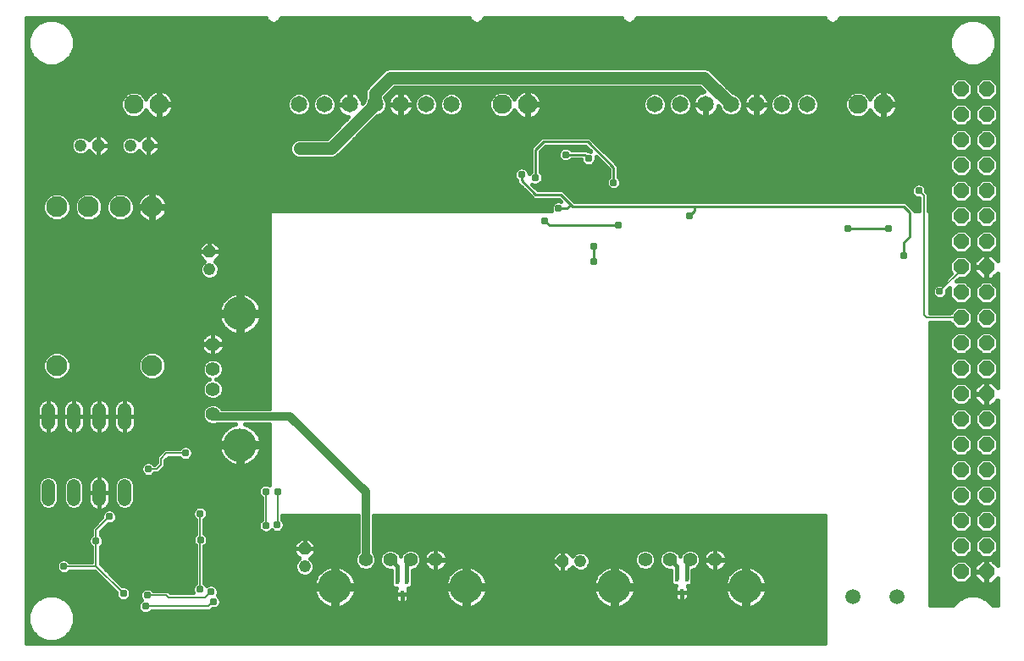
<source format=gbl>
G75*
G70*
%OFA0B0*%
%FSLAX24Y24*%
%IPPOS*%
%LPD*%
%AMOC8*
5,1,8,0,0,1.08239X$1,22.5*
%
%ADD10C,0.0827*%
%ADD11OC8,0.0480*%
%ADD12C,0.0480*%
%ADD13C,0.0650*%
%ADD14C,0.0760*%
%ADD15C,0.0560*%
%ADD16C,0.1310*%
%ADD17R,0.0157X0.0315*%
%ADD18OC8,0.0600*%
%ADD19C,0.0520*%
%ADD20C,0.0594*%
%ADD21C,0.0500*%
%ADD22C,0.0310*%
%ADD23C,0.0100*%
%ADD24C,0.0320*%
%ADD25C,0.0160*%
%ADD26C,0.0080*%
%ADD27C,0.0591*%
D10*
X002047Y012898D03*
X005797Y012898D03*
X005797Y019148D03*
X004547Y019148D03*
X003297Y019148D03*
X002047Y019148D03*
D11*
X003680Y021565D03*
X005649Y021565D03*
X008055Y017387D03*
X011807Y005683D03*
X021957Y005191D03*
D12*
X022657Y005191D03*
X011807Y004983D03*
X008055Y016687D03*
X004949Y021565D03*
X002980Y021565D03*
D13*
X011574Y023183D03*
X012574Y023183D03*
X013574Y023183D03*
X014574Y023183D03*
X015574Y023183D03*
X016574Y023183D03*
X017574Y023183D03*
X025574Y023183D03*
X026574Y023183D03*
X027574Y023183D03*
X028574Y023183D03*
X029574Y023183D03*
X030574Y023183D03*
X031574Y023183D03*
D14*
X033574Y023183D03*
X034574Y023183D03*
X020574Y023183D03*
X019574Y023183D03*
X006074Y023183D03*
X005074Y023183D03*
D15*
X008186Y013739D03*
X008186Y012759D03*
X008186Y011969D03*
X008186Y010989D03*
X014199Y005253D03*
X015179Y005253D03*
X015969Y005253D03*
X016949Y005253D03*
X025199Y005253D03*
X026179Y005253D03*
X026969Y005253D03*
X027949Y005253D03*
D16*
X029159Y004183D03*
X023989Y004183D03*
X018159Y004183D03*
X012989Y004183D03*
X009256Y009779D03*
X009256Y014949D03*
D17*
X015437Y004439D03*
X015830Y004439D03*
X015634Y003888D03*
X026445Y004518D03*
X026838Y004518D03*
X026641Y003967D03*
D18*
X037634Y004782D03*
X038634Y004782D03*
X038634Y005782D03*
X038634Y006782D03*
X037634Y006782D03*
X037634Y005782D03*
X037634Y007782D03*
X038634Y007782D03*
X038634Y008782D03*
X038634Y009782D03*
X037634Y009782D03*
X037634Y008782D03*
X037634Y010782D03*
X038634Y010782D03*
X038634Y011782D03*
X037634Y011782D03*
X037634Y012782D03*
X038634Y012782D03*
X038634Y013782D03*
X037634Y013782D03*
X037634Y014782D03*
X038634Y014782D03*
X038634Y015782D03*
X037634Y015782D03*
X037634Y016782D03*
X038634Y016782D03*
X038634Y017782D03*
X037634Y017782D03*
X037634Y018782D03*
X038634Y018782D03*
X038634Y019782D03*
X037634Y019782D03*
X037634Y020782D03*
X038634Y020782D03*
X038634Y021782D03*
X038634Y022782D03*
X037634Y022782D03*
X037634Y021782D03*
X037634Y023782D03*
X038634Y023782D03*
D19*
X004712Y011160D02*
X004712Y010640D01*
X003712Y010640D02*
X003712Y011160D01*
X002712Y011160D02*
X002712Y010640D01*
X001712Y010640D02*
X001712Y011160D01*
X001712Y008160D02*
X001712Y007640D01*
X002712Y007640D02*
X002712Y008160D01*
X003712Y008160D02*
X003712Y007640D01*
X004712Y007640D02*
X004712Y008160D01*
D20*
X033370Y003809D03*
X035122Y003809D03*
D21*
X013685Y019911D02*
X013527Y019911D01*
X013291Y020148D01*
X012838Y021447D02*
X011598Y021447D01*
X012838Y021447D02*
X014574Y023183D01*
X014574Y023636D01*
X015181Y024242D01*
X027515Y024242D01*
X028574Y023183D01*
D22*
X025063Y020581D03*
X023960Y020108D03*
X022976Y021053D03*
X022071Y021211D03*
X020889Y020305D03*
X020338Y020423D03*
X019078Y020463D03*
X021244Y018612D03*
X021795Y019085D03*
X023173Y017589D03*
X023173Y016998D03*
X024157Y018415D03*
X026952Y018809D03*
X033173Y018297D03*
X034787Y018297D03*
X035378Y017234D03*
X036795Y015817D03*
X035968Y019793D03*
X011598Y021447D03*
X001677Y022510D03*
X006598Y009774D03*
X007110Y009459D03*
X006598Y009203D03*
X005653Y008829D03*
X005693Y008022D03*
X004118Y006959D03*
X003586Y005994D03*
X003193Y005581D03*
X002326Y004990D03*
X001244Y005797D03*
X004157Y003809D03*
X004669Y003927D03*
X005023Y003160D03*
X005535Y003415D03*
X005614Y003849D03*
X006342Y003160D03*
X005456Y002077D03*
X003173Y002156D03*
X005889Y005581D03*
X007700Y006034D03*
X008409Y005660D03*
X008429Y004459D03*
X008114Y003986D03*
X007681Y004104D03*
X008212Y003612D03*
X010279Y006604D03*
X010712Y006624D03*
X010732Y007943D03*
X010279Y007943D03*
X007681Y007077D03*
X007602Y007746D03*
D23*
X005063Y002549D02*
X005456Y002077D01*
X004905Y002037D02*
X003173Y002156D01*
X023173Y016998D02*
X023173Y017589D01*
X024157Y018415D02*
X021441Y018415D01*
X021244Y018612D01*
X021795Y019085D02*
X022110Y019085D01*
X022267Y019242D01*
X022346Y019163D01*
X027149Y019163D01*
X027149Y019006D01*
X026952Y018809D01*
X027149Y019163D02*
X035378Y019163D01*
X035614Y018927D01*
X035614Y017982D01*
X035378Y017746D01*
X035378Y017234D01*
X034787Y018297D02*
X033173Y018297D01*
X025102Y020620D02*
X025102Y020738D01*
X025102Y020620D02*
X025063Y020581D01*
X023960Y020699D02*
X023960Y020108D01*
X023960Y020699D02*
X022937Y021723D01*
X021204Y021723D01*
X020889Y021408D01*
X020889Y020305D01*
X020338Y020187D02*
X020889Y019636D01*
X021874Y019636D01*
X022267Y019242D01*
X020338Y020187D02*
X020338Y020423D01*
X019118Y020384D02*
X019078Y020384D01*
X019078Y020463D01*
X019078Y020581D01*
X022071Y021211D02*
X022819Y021211D01*
X022976Y021053D01*
D24*
X011224Y010896D02*
X014199Y007920D01*
X014199Y005253D01*
X011224Y010896D02*
X008279Y010896D01*
X008186Y010989D01*
D25*
X000854Y001963D02*
X000854Y026600D01*
X010279Y026600D01*
X010316Y026510D01*
X010402Y026425D01*
X010514Y026378D01*
X010635Y026378D01*
X010747Y026425D01*
X010833Y026510D01*
X010870Y026600D01*
X018279Y026600D01*
X018316Y026510D01*
X018402Y026425D01*
X018514Y026378D01*
X018635Y026378D01*
X018747Y026425D01*
X018833Y026510D01*
X018870Y026600D01*
X024279Y026600D01*
X024316Y026510D01*
X024402Y026425D01*
X024514Y026378D01*
X024635Y026378D01*
X024747Y026425D01*
X024833Y026510D01*
X024870Y026600D01*
X032279Y026600D01*
X032316Y026510D01*
X032402Y026425D01*
X032514Y026378D01*
X032635Y026378D01*
X032747Y026425D01*
X032833Y026510D01*
X032870Y026600D01*
X039074Y026600D01*
X039074Y017020D01*
X038832Y017262D01*
X038654Y017262D01*
X038654Y016802D01*
X038613Y016802D01*
X038613Y016761D01*
X038654Y016761D01*
X038654Y016302D01*
X038832Y016302D01*
X039074Y016543D01*
X039074Y012020D01*
X038832Y012262D01*
X038654Y012262D01*
X038654Y011802D01*
X038613Y011802D01*
X038613Y011761D01*
X038654Y011761D01*
X038654Y011302D01*
X038832Y011302D01*
X039074Y011543D01*
X039074Y005020D01*
X038832Y005262D01*
X038654Y005262D01*
X038654Y004802D01*
X038613Y004802D01*
X038613Y004761D01*
X038654Y004761D01*
X038654Y004302D01*
X038832Y004302D01*
X039074Y004543D01*
X039074Y003455D01*
X038867Y003455D01*
X038866Y003458D01*
X038610Y003714D01*
X038275Y003853D01*
X037913Y003853D01*
X037579Y003714D01*
X037323Y003458D01*
X037321Y003455D01*
X036401Y003455D01*
X036401Y014602D01*
X037194Y014602D01*
X037194Y014599D01*
X037451Y014342D01*
X037816Y014342D01*
X038074Y014599D01*
X038074Y014964D01*
X037816Y015222D01*
X037451Y015222D01*
X037194Y014964D01*
X037194Y014962D01*
X036401Y014962D01*
X036401Y019006D01*
X036345Y019006D01*
X036345Y019522D01*
X036345Y019671D01*
X036263Y019753D01*
X036263Y019852D01*
X036218Y019960D01*
X036135Y020043D01*
X036027Y020088D01*
X035909Y020088D01*
X035801Y020043D01*
X035718Y019960D01*
X035673Y019852D01*
X035673Y019735D01*
X035718Y019626D01*
X035801Y019543D01*
X035909Y019498D01*
X035985Y019498D01*
X035985Y019006D01*
X035804Y019006D01*
X035693Y019117D01*
X035456Y019353D01*
X035299Y019353D01*
X027071Y019353D01*
X022425Y019353D01*
X022346Y019432D01*
X021952Y019826D01*
X021795Y019826D01*
X020968Y019826D01*
X020751Y020043D01*
X020831Y020010D01*
X020948Y020010D01*
X021057Y020055D01*
X021139Y020138D01*
X021184Y020246D01*
X021184Y020364D01*
X021139Y020472D01*
X021079Y020532D01*
X021079Y021329D01*
X021283Y021533D01*
X022858Y021533D01*
X023048Y021343D01*
X023035Y021348D01*
X022950Y021348D01*
X022897Y021401D01*
X022740Y021401D01*
X022298Y021401D01*
X022238Y021461D01*
X022129Y021506D01*
X022012Y021506D01*
X021903Y021461D01*
X021820Y021378D01*
X021776Y021269D01*
X021776Y021152D01*
X021820Y021044D01*
X021903Y020961D01*
X022012Y020916D01*
X022129Y020916D01*
X022238Y020961D01*
X022298Y021021D01*
X022681Y021021D01*
X022681Y020995D01*
X022726Y020886D01*
X022809Y020803D01*
X022917Y020758D01*
X023035Y020758D01*
X023143Y020803D01*
X023226Y020886D01*
X023271Y020995D01*
X023271Y021112D01*
X023266Y021125D01*
X023770Y020620D01*
X023770Y020336D01*
X023710Y020275D01*
X023665Y020167D01*
X023665Y020050D01*
X023710Y019941D01*
X023793Y019858D01*
X023902Y019813D01*
X024019Y019813D01*
X024127Y019858D01*
X024210Y019941D01*
X024255Y020050D01*
X024255Y020167D01*
X024210Y020275D01*
X024150Y020336D01*
X024150Y020778D01*
X024039Y020889D01*
X023015Y021912D01*
X022858Y021912D01*
X021126Y021912D01*
X021014Y021801D01*
X020699Y021486D01*
X020699Y021329D01*
X020699Y020532D01*
X020639Y020472D01*
X020633Y020457D01*
X020633Y020482D01*
X020588Y020590D01*
X020505Y020673D01*
X020397Y020718D01*
X020280Y020718D01*
X020171Y020673D01*
X020088Y020590D01*
X020043Y020482D01*
X020043Y020365D01*
X020088Y020256D01*
X020148Y020196D01*
X020148Y020108D01*
X020699Y019557D01*
X020811Y019446D01*
X021795Y019446D01*
X021867Y019374D01*
X021854Y019380D01*
X021736Y019380D01*
X021628Y019335D01*
X021545Y019252D01*
X021500Y019143D01*
X021500Y019026D01*
X021508Y019006D01*
X010417Y019006D01*
X010417Y011196D01*
X008555Y011196D01*
X008542Y011227D01*
X008423Y011345D01*
X008269Y011409D01*
X008102Y011409D01*
X007948Y011345D01*
X007830Y011227D01*
X007766Y011073D01*
X007766Y010906D01*
X007830Y010751D01*
X007948Y010633D01*
X008102Y010569D01*
X008269Y010569D01*
X008333Y010596D01*
X009077Y010596D01*
X008987Y010572D01*
X008885Y010530D01*
X008791Y010475D01*
X008704Y010408D01*
X008626Y010331D01*
X008560Y010244D01*
X008505Y010149D01*
X008463Y010048D01*
X008435Y009942D01*
X008424Y009859D01*
X009175Y009859D01*
X009175Y009699D01*
X008424Y009699D01*
X008435Y009616D01*
X008463Y009510D01*
X008505Y009409D01*
X008560Y009314D01*
X008626Y009228D01*
X008704Y009150D01*
X008791Y009083D01*
X008885Y009029D01*
X008987Y008987D01*
X009092Y008959D01*
X009176Y008948D01*
X009176Y009699D01*
X009336Y009699D01*
X009336Y009859D01*
X010087Y009859D01*
X010076Y009942D01*
X010048Y010048D01*
X010006Y010149D01*
X009951Y010244D01*
X009885Y010331D01*
X009807Y010408D01*
X009720Y010475D01*
X009626Y010530D01*
X009525Y010572D01*
X009434Y010596D01*
X010417Y010596D01*
X010417Y008205D01*
X010338Y008238D01*
X010221Y008238D01*
X010112Y008193D01*
X010029Y008110D01*
X009984Y008002D01*
X009984Y007884D01*
X010029Y007776D01*
X010099Y007706D01*
X010099Y006842D01*
X010029Y006771D01*
X009984Y006663D01*
X009984Y006546D01*
X010029Y006437D01*
X010112Y006354D01*
X010221Y006309D01*
X010338Y006309D01*
X010446Y006354D01*
X010506Y006414D01*
X010545Y006374D01*
X010654Y006329D01*
X010771Y006329D01*
X010879Y006374D01*
X010962Y006457D01*
X011007Y006565D01*
X011007Y006683D01*
X010962Y006791D01*
X010912Y006842D01*
X010912Y006998D01*
X013899Y006998D01*
X013899Y005547D01*
X013843Y005491D01*
X013779Y005337D01*
X013779Y005170D01*
X013843Y005015D01*
X013962Y004897D01*
X014116Y004833D01*
X014283Y004833D01*
X014437Y004897D01*
X014556Y005015D01*
X014619Y005170D01*
X014619Y005337D01*
X014556Y005491D01*
X014499Y005547D01*
X014499Y006998D01*
X032267Y006998D01*
X032267Y001963D01*
X000854Y001963D01*
X000854Y002000D02*
X032267Y002000D01*
X032267Y002159D02*
X002319Y002159D01*
X002350Y002172D02*
X002606Y002428D01*
X002744Y002762D01*
X002744Y003124D01*
X002606Y003458D01*
X002350Y003714D01*
X002015Y003853D01*
X001653Y003853D01*
X001319Y003714D01*
X001063Y003458D01*
X000924Y003124D01*
X000924Y002762D01*
X001063Y002428D01*
X001319Y002172D01*
X001653Y002033D01*
X002015Y002033D01*
X002350Y002172D01*
X002495Y002317D02*
X032267Y002317D01*
X032267Y002476D02*
X002626Y002476D01*
X002691Y002634D02*
X032267Y002634D01*
X032267Y002793D02*
X002744Y002793D01*
X002744Y002951D02*
X032267Y002951D01*
X032267Y003110D02*
X002744Y003110D01*
X002684Y003269D02*
X005277Y003269D01*
X005285Y003248D02*
X005368Y003165D01*
X005476Y003120D01*
X005594Y003120D01*
X005702Y003165D01*
X005772Y003235D01*
X007941Y003235D01*
X008090Y003235D01*
X008172Y003317D01*
X008271Y003317D01*
X008379Y003362D01*
X008462Y003445D01*
X008507Y003554D01*
X008507Y003671D01*
X008462Y003779D01*
X008381Y003861D01*
X008409Y003928D01*
X008409Y004045D01*
X008364Y004153D01*
X008281Y004236D01*
X008173Y004281D01*
X008055Y004281D01*
X007947Y004236D01*
X007946Y004235D01*
X007931Y004271D01*
X007861Y004342D01*
X007861Y005781D01*
X007868Y005783D01*
X007951Y005866D01*
X007995Y005975D01*
X007995Y006092D01*
X007951Y006201D01*
X007868Y006284D01*
X007861Y006286D01*
X007861Y006840D01*
X007931Y006910D01*
X007976Y007018D01*
X007976Y007136D01*
X007931Y007244D01*
X007848Y007327D01*
X007739Y007372D01*
X007622Y007372D01*
X007514Y007327D01*
X007431Y007244D01*
X007386Y007136D01*
X007386Y007018D01*
X007431Y006910D01*
X007501Y006840D01*
X007501Y006251D01*
X007450Y006201D01*
X007405Y006092D01*
X007405Y005975D01*
X007450Y005866D01*
X007501Y005816D01*
X007501Y004342D01*
X007431Y004271D01*
X007386Y004163D01*
X007386Y004046D01*
X007426Y003950D01*
X006515Y003950D01*
X006436Y004028D01*
X006287Y004028D01*
X005851Y004028D01*
X005781Y004099D01*
X005673Y004143D01*
X005555Y004143D01*
X005447Y004099D01*
X005364Y004016D01*
X005319Y003907D01*
X005319Y003790D01*
X005364Y003681D01*
X005376Y003669D01*
X005368Y003665D01*
X005285Y003583D01*
X005240Y003474D01*
X005240Y003357D01*
X005285Y003248D01*
X005240Y003427D02*
X002619Y003427D01*
X002478Y003586D02*
X005288Y003586D01*
X005338Y003744D02*
X004903Y003744D01*
X004919Y003760D02*
X004964Y003869D01*
X004964Y003986D01*
X004919Y004094D01*
X004836Y004177D01*
X004728Y004222D01*
X004629Y004222D01*
X003766Y005084D01*
X003766Y005757D01*
X003836Y005827D01*
X003881Y005935D01*
X003881Y006053D01*
X003836Y006161D01*
X003766Y006231D01*
X003766Y006353D01*
X004077Y006664D01*
X004176Y006664D01*
X004285Y006709D01*
X004368Y006792D01*
X004413Y006900D01*
X004413Y007017D01*
X004368Y007126D01*
X004285Y007209D01*
X004176Y007254D01*
X004059Y007254D01*
X003951Y007209D01*
X003868Y007126D01*
X003823Y007017D01*
X003823Y006918D01*
X003406Y006502D01*
X003406Y006353D01*
X003406Y006231D01*
X003336Y006161D01*
X003291Y006053D01*
X003291Y005935D01*
X003336Y005827D01*
X003406Y005757D01*
X003406Y005170D01*
X002564Y005170D01*
X002494Y005240D01*
X002385Y005285D01*
X002268Y005285D01*
X002159Y005240D01*
X002076Y005157D01*
X002031Y005049D01*
X002031Y004932D01*
X002076Y004823D01*
X002159Y004740D01*
X002268Y004695D01*
X002385Y004695D01*
X002494Y004740D01*
X002564Y004810D01*
X003531Y004810D01*
X004374Y003968D01*
X004374Y003869D01*
X004419Y003760D01*
X004502Y003677D01*
X004610Y003632D01*
X004728Y003632D01*
X004836Y003677D01*
X004919Y003760D01*
X004964Y003903D02*
X005319Y003903D01*
X005409Y004061D02*
X004933Y004061D01*
X004733Y004220D02*
X007409Y004220D01*
X007386Y004061D02*
X005818Y004061D01*
X004472Y004378D02*
X007501Y004378D01*
X007501Y004537D02*
X004314Y004537D01*
X004155Y004695D02*
X007501Y004695D01*
X007501Y004854D02*
X003997Y004854D01*
X003838Y005013D02*
X007501Y005013D01*
X007501Y005171D02*
X003766Y005171D01*
X003766Y005330D02*
X007501Y005330D01*
X007501Y005488D02*
X003766Y005488D01*
X003766Y005647D02*
X007501Y005647D01*
X007501Y005805D02*
X003815Y005805D01*
X003881Y005964D02*
X007410Y005964D01*
X007418Y006122D02*
X003852Y006122D01*
X003766Y006281D02*
X007501Y006281D01*
X007501Y006439D02*
X003853Y006439D01*
X004012Y006598D02*
X007501Y006598D01*
X007501Y006757D02*
X004333Y006757D01*
X004413Y006915D02*
X007428Y006915D01*
X007386Y007074D02*
X004389Y007074D01*
X004228Y007232D02*
X007426Y007232D01*
X007936Y007232D02*
X010099Y007232D01*
X010099Y007074D02*
X007976Y007074D01*
X007933Y006915D02*
X010099Y006915D01*
X010023Y006757D02*
X007861Y006757D01*
X007861Y006598D02*
X009984Y006598D01*
X010028Y006439D02*
X007861Y006439D01*
X007870Y006281D02*
X013899Y006281D01*
X013899Y006439D02*
X010945Y006439D01*
X011007Y006598D02*
X013899Y006598D01*
X013899Y006757D02*
X010977Y006757D01*
X010912Y006915D02*
X013899Y006915D01*
X014499Y006915D02*
X032267Y006915D01*
X032267Y006757D02*
X014499Y006757D01*
X014499Y006598D02*
X032267Y006598D01*
X032267Y006439D02*
X014499Y006439D01*
X014499Y006281D02*
X032267Y006281D01*
X032267Y006122D02*
X014499Y006122D01*
X014499Y005964D02*
X032267Y005964D01*
X032267Y005805D02*
X014499Y005805D01*
X014499Y005647D02*
X015032Y005647D01*
X015096Y005673D02*
X014942Y005609D01*
X014823Y005491D01*
X014759Y005337D01*
X014759Y005170D01*
X014823Y005015D01*
X014942Y004897D01*
X015096Y004833D01*
X015217Y004833D01*
X015217Y004348D01*
X015218Y004347D01*
X015218Y004224D01*
X015300Y004142D01*
X015403Y004142D01*
X015387Y004115D01*
X015375Y004069D01*
X015375Y003888D01*
X015633Y003888D01*
X015633Y003888D01*
X015375Y003888D01*
X015375Y003707D01*
X015387Y003661D01*
X015411Y003620D01*
X015444Y003586D01*
X015485Y003563D01*
X015531Y003550D01*
X015633Y003550D01*
X015633Y003887D01*
X015634Y003887D01*
X015634Y003550D01*
X015736Y003550D01*
X015782Y003563D01*
X015823Y003586D01*
X015856Y003620D01*
X015880Y003661D01*
X015892Y003707D01*
X015892Y003888D01*
X015892Y004069D01*
X015880Y004115D01*
X015865Y004142D01*
X015967Y004142D01*
X016049Y004224D01*
X016049Y004347D01*
X016050Y004348D01*
X016050Y004833D01*
X016053Y004833D01*
X016207Y004897D01*
X016326Y005015D01*
X016389Y005170D01*
X016389Y005337D01*
X016326Y005491D01*
X016207Y005609D01*
X016053Y005673D01*
X015886Y005673D01*
X015732Y005609D01*
X015613Y005491D01*
X015574Y005397D01*
X015536Y005491D01*
X015417Y005609D01*
X015263Y005673D01*
X015096Y005673D01*
X015327Y005647D02*
X015822Y005647D01*
X015612Y005488D02*
X015537Y005488D01*
X015179Y005253D02*
X015437Y004996D01*
X015437Y004439D01*
X015217Y004378D02*
X013802Y004378D01*
X013810Y004346D02*
X013782Y004452D01*
X013740Y004553D01*
X013685Y004648D01*
X013619Y004735D01*
X013541Y004812D01*
X013454Y004879D01*
X013360Y004934D01*
X013258Y004976D01*
X013153Y005004D01*
X013069Y005015D01*
X013069Y004263D01*
X012909Y004263D01*
X012909Y004103D01*
X012158Y004103D01*
X012169Y004020D01*
X012197Y003914D01*
X012239Y003813D01*
X012294Y003718D01*
X012360Y003631D01*
X012438Y003554D01*
X012525Y003487D01*
X012619Y003433D01*
X012720Y003391D01*
X012826Y003362D01*
X012909Y003351D01*
X012909Y004103D01*
X013069Y004103D01*
X013069Y003351D01*
X013153Y003362D01*
X013258Y003391D01*
X013360Y003433D01*
X013454Y003487D01*
X013541Y003554D01*
X013619Y003631D01*
X013685Y003718D01*
X013740Y003813D01*
X013782Y003914D01*
X013810Y004020D01*
X013821Y004103D01*
X013070Y004103D01*
X013070Y004263D01*
X013821Y004263D01*
X013810Y004346D01*
X013747Y004537D02*
X015217Y004537D01*
X015217Y004695D02*
X013649Y004695D01*
X013487Y004854D02*
X014066Y004854D01*
X014333Y004854D02*
X015046Y004854D01*
X014826Y005013D02*
X014553Y005013D01*
X014619Y005171D02*
X014759Y005171D01*
X014759Y005330D02*
X014619Y005330D01*
X014557Y005488D02*
X014822Y005488D01*
X013899Y005647D02*
X012227Y005647D01*
X012227Y005683D02*
X012227Y005509D01*
X012022Y005304D01*
X012129Y005198D01*
X012187Y005058D01*
X012187Y004907D01*
X012129Y004767D01*
X012022Y004661D01*
X011882Y004603D01*
X011731Y004603D01*
X011591Y004661D01*
X011485Y004767D01*
X011427Y004907D01*
X011427Y005058D01*
X011485Y005198D01*
X011591Y005304D01*
X011387Y005509D01*
X011387Y005683D01*
X011806Y005683D01*
X011806Y005683D01*
X011807Y005683D02*
X011807Y006103D01*
X011807Y005683D01*
X011807Y005683D01*
X012227Y005683D01*
X012227Y005857D01*
X011981Y006103D01*
X011807Y006103D01*
X011633Y006103D01*
X011387Y005857D01*
X011387Y005683D01*
X011806Y005683D01*
X011807Y005683D02*
X011807Y005683D01*
X012227Y005683D01*
X012227Y005805D02*
X013899Y005805D01*
X013899Y005964D02*
X012120Y005964D01*
X011807Y005964D02*
X011807Y005964D01*
X011807Y005805D02*
X011807Y005805D01*
X011494Y005964D02*
X007991Y005964D01*
X007983Y006122D02*
X013899Y006122D01*
X013842Y005488D02*
X012206Y005488D01*
X012048Y005330D02*
X013779Y005330D01*
X013779Y005171D02*
X012140Y005171D01*
X012187Y005013D02*
X012893Y005013D01*
X012909Y005013D02*
X013069Y005013D01*
X013086Y005013D02*
X013846Y005013D01*
X013069Y004854D02*
X012909Y004854D01*
X012909Y004695D02*
X013069Y004695D01*
X013069Y004537D02*
X012909Y004537D01*
X012909Y004378D02*
X013069Y004378D01*
X013070Y004220D02*
X015222Y004220D01*
X015375Y004061D02*
X013816Y004061D01*
X013777Y003903D02*
X015375Y003903D01*
X015375Y003744D02*
X013700Y003744D01*
X013573Y003586D02*
X015445Y003586D01*
X015633Y003586D02*
X015634Y003586D01*
X015633Y003744D02*
X015634Y003744D01*
X015634Y003888D02*
X015634Y003888D01*
X015892Y003888D01*
X015634Y003888D01*
X015892Y003903D02*
X017372Y003903D01*
X017367Y003914D02*
X017409Y003813D01*
X017464Y003718D01*
X017530Y003631D01*
X017608Y003554D01*
X017695Y003487D01*
X017789Y003433D01*
X017890Y003391D01*
X017996Y003362D01*
X018079Y003351D01*
X018079Y004103D01*
X017328Y004103D01*
X017339Y004020D01*
X017367Y003914D01*
X017333Y004061D02*
X015892Y004061D01*
X016045Y004220D02*
X018079Y004220D01*
X018079Y004263D02*
X018079Y004103D01*
X018239Y004103D01*
X018239Y003351D01*
X018323Y003362D01*
X018428Y003391D01*
X018530Y003433D01*
X018624Y003487D01*
X018711Y003554D01*
X018789Y003631D01*
X018855Y003718D01*
X018910Y003813D01*
X018952Y003914D01*
X018980Y004020D01*
X018991Y004103D01*
X018240Y004103D01*
X018240Y004263D01*
X018991Y004263D01*
X018980Y004346D01*
X018952Y004452D01*
X018910Y004553D01*
X018855Y004648D01*
X018789Y004735D01*
X018711Y004812D01*
X018624Y004879D01*
X018530Y004934D01*
X018428Y004976D01*
X018323Y005004D01*
X018239Y005015D01*
X018239Y004263D01*
X018079Y004263D01*
X017328Y004263D01*
X017339Y004346D01*
X017367Y004452D01*
X017409Y004553D01*
X017464Y004648D01*
X017530Y004735D01*
X017608Y004812D01*
X017695Y004879D01*
X017789Y004934D01*
X017890Y004976D01*
X017996Y005004D01*
X018079Y005015D01*
X018079Y004263D01*
X018079Y004378D02*
X018239Y004378D01*
X018240Y004220D02*
X023909Y004220D01*
X023909Y004263D02*
X023909Y004103D01*
X023158Y004103D01*
X023169Y004020D01*
X023197Y003914D01*
X023239Y003813D01*
X023294Y003718D01*
X023360Y003631D01*
X023438Y003554D01*
X023525Y003487D01*
X023619Y003433D01*
X023720Y003391D01*
X023826Y003362D01*
X023909Y003351D01*
X023909Y004103D01*
X024069Y004103D01*
X024069Y003351D01*
X024153Y003362D01*
X024258Y003391D01*
X024360Y003433D01*
X024454Y003487D01*
X024541Y003554D01*
X024619Y003631D01*
X024685Y003718D01*
X024740Y003813D01*
X024782Y003914D01*
X024810Y004020D01*
X024821Y004103D01*
X024070Y004103D01*
X024070Y004263D01*
X024821Y004263D01*
X024810Y004346D01*
X024782Y004452D01*
X024740Y004553D01*
X024685Y004648D01*
X024619Y004735D01*
X024541Y004812D01*
X024454Y004879D01*
X024360Y004934D01*
X024258Y004976D01*
X024153Y005004D01*
X024069Y005015D01*
X024069Y004263D01*
X023909Y004263D01*
X023158Y004263D01*
X023169Y004346D01*
X023197Y004452D01*
X023239Y004553D01*
X023294Y004648D01*
X023360Y004735D01*
X023438Y004812D01*
X023525Y004879D01*
X023619Y004934D01*
X023720Y004976D01*
X023826Y005004D01*
X023909Y005015D01*
X023909Y004263D01*
X023909Y004378D02*
X024069Y004378D01*
X024070Y004220D02*
X026410Y004220D01*
X026395Y004194D01*
X026383Y004148D01*
X026383Y003967D01*
X026641Y003967D01*
X026641Y003966D01*
X026642Y003966D01*
X026642Y003967D01*
X026900Y003967D01*
X026900Y004148D01*
X026888Y004194D01*
X026872Y004220D01*
X026975Y004220D01*
X027057Y004302D01*
X027057Y004425D01*
X027058Y004427D01*
X027058Y004835D01*
X027207Y004897D01*
X027326Y005015D01*
X027389Y005170D01*
X027389Y005337D01*
X027326Y005491D01*
X027207Y005609D01*
X027053Y005673D01*
X026886Y005673D01*
X026732Y005609D01*
X026613Y005491D01*
X026574Y005397D01*
X026536Y005491D01*
X026417Y005609D01*
X026263Y005673D01*
X026096Y005673D01*
X025942Y005609D01*
X025823Y005491D01*
X025759Y005337D01*
X025759Y005170D01*
X025823Y005015D01*
X025942Y004897D01*
X026096Y004833D01*
X026225Y004833D01*
X026225Y004427D01*
X026226Y004425D01*
X026226Y004302D01*
X026308Y004220D01*
X026410Y004220D01*
X026383Y004061D02*
X024816Y004061D01*
X024777Y003903D02*
X026383Y003903D01*
X026383Y003966D02*
X026383Y003785D01*
X026395Y003740D01*
X026419Y003699D01*
X026452Y003665D01*
X026493Y003641D01*
X026539Y003629D01*
X026641Y003629D01*
X026641Y003966D01*
X026383Y003966D01*
X026394Y003744D02*
X024700Y003744D01*
X024573Y003586D02*
X028576Y003586D01*
X028608Y003554D02*
X028695Y003487D01*
X028789Y003433D01*
X028890Y003391D01*
X028996Y003362D01*
X029079Y003351D01*
X029079Y004103D01*
X028328Y004103D01*
X028339Y004020D01*
X028367Y003914D01*
X028409Y003813D01*
X028464Y003718D01*
X028530Y003631D01*
X028608Y003554D01*
X028803Y003427D02*
X024346Y003427D01*
X024069Y003427D02*
X023909Y003427D01*
X023909Y003586D02*
X024069Y003586D01*
X024069Y003744D02*
X023909Y003744D01*
X023909Y003903D02*
X024069Y003903D01*
X024069Y004061D02*
X023909Y004061D01*
X023279Y003744D02*
X018870Y003744D01*
X018947Y003903D02*
X023202Y003903D01*
X023163Y004061D02*
X018986Y004061D01*
X018972Y004378D02*
X023177Y004378D01*
X023232Y004537D02*
X018917Y004537D01*
X018819Y004695D02*
X023330Y004695D01*
X023492Y004854D02*
X022836Y004854D01*
X022872Y004869D02*
X022979Y004976D01*
X023037Y005115D01*
X023037Y005267D01*
X022979Y005406D01*
X022872Y005513D01*
X022732Y005571D01*
X022581Y005571D01*
X022441Y005513D01*
X022335Y005407D01*
X022131Y005611D01*
X021957Y005611D01*
X021957Y005191D01*
X021957Y004771D01*
X022131Y004771D01*
X022335Y004975D01*
X022441Y004869D01*
X022581Y004811D01*
X022732Y004811D01*
X022872Y004869D01*
X022994Y005013D02*
X023893Y005013D01*
X023909Y005013D02*
X024069Y005013D01*
X024086Y005013D02*
X024846Y005013D01*
X024843Y005015D02*
X024962Y004897D01*
X025116Y004833D01*
X025283Y004833D01*
X025437Y004897D01*
X025556Y005015D01*
X025619Y005170D01*
X025619Y005337D01*
X025556Y005491D01*
X025437Y005609D01*
X025283Y005673D01*
X025116Y005673D01*
X024962Y005609D01*
X024843Y005491D01*
X024779Y005337D01*
X024779Y005170D01*
X024843Y005015D01*
X024779Y005171D02*
X023037Y005171D01*
X023011Y005330D02*
X024779Y005330D01*
X024842Y005488D02*
X022897Y005488D01*
X022417Y005488D02*
X022254Y005488D01*
X021957Y005488D02*
X021957Y005488D01*
X021957Y005611D02*
X021783Y005611D01*
X021537Y005365D01*
X021537Y005191D01*
X021537Y005017D01*
X021783Y004771D01*
X021957Y004771D01*
X021957Y005191D01*
X021957Y005191D01*
X021957Y005191D01*
X021957Y005611D01*
X021957Y005330D02*
X021957Y005330D01*
X021956Y005191D02*
X021956Y005191D01*
X021537Y005191D01*
X021956Y005191D01*
X021957Y005171D02*
X021957Y005171D01*
X021957Y005013D02*
X021957Y005013D01*
X021957Y004854D02*
X021957Y004854D01*
X022214Y004854D02*
X022477Y004854D01*
X021700Y004854D02*
X018657Y004854D01*
X018239Y004854D02*
X018079Y004854D01*
X018079Y005013D02*
X018239Y005013D01*
X018256Y005013D02*
X021541Y005013D01*
X021537Y005171D02*
X017402Y005171D01*
X017398Y005145D02*
X017409Y005217D01*
X017409Y005243D01*
X016960Y005243D01*
X016960Y005263D01*
X017409Y005263D01*
X017409Y005289D01*
X017398Y005361D01*
X017376Y005430D01*
X017343Y005494D01*
X017300Y005553D01*
X017249Y005604D01*
X017191Y005647D01*
X017126Y005679D01*
X017057Y005702D01*
X016986Y005713D01*
X016959Y005713D01*
X016959Y005263D01*
X016939Y005263D01*
X016939Y005243D01*
X016489Y005243D01*
X016489Y005217D01*
X016501Y005145D01*
X016523Y005077D01*
X016556Y005012D01*
X016599Y004953D01*
X016650Y004902D01*
X016708Y004860D01*
X016773Y004827D01*
X016842Y004804D01*
X016913Y004793D01*
X016939Y004793D01*
X016939Y005243D01*
X016959Y005243D01*
X016959Y004793D01*
X016986Y004793D01*
X017057Y004804D01*
X017126Y004827D01*
X017191Y004860D01*
X017249Y004902D01*
X017300Y004953D01*
X017343Y005012D01*
X017376Y005077D01*
X017398Y005145D01*
X017343Y005013D02*
X018063Y005013D01*
X018079Y004695D02*
X018239Y004695D01*
X018239Y004537D02*
X018079Y004537D01*
X017662Y004854D02*
X017179Y004854D01*
X016959Y004854D02*
X016939Y004854D01*
X016939Y005013D02*
X016959Y005013D01*
X016959Y005171D02*
X016939Y005171D01*
X016939Y005263D02*
X016489Y005263D01*
X016489Y005289D01*
X016501Y005361D01*
X016523Y005430D01*
X016556Y005494D01*
X016599Y005553D01*
X016650Y005604D01*
X016708Y005647D01*
X016773Y005679D01*
X016842Y005702D01*
X016913Y005713D01*
X016939Y005713D01*
X016939Y005263D01*
X016939Y005330D02*
X016959Y005330D01*
X016959Y005488D02*
X016939Y005488D01*
X016939Y005647D02*
X016959Y005647D01*
X017190Y005647D02*
X025052Y005647D01*
X025347Y005647D02*
X026032Y005647D01*
X025822Y005488D02*
X025557Y005488D01*
X025619Y005330D02*
X025759Y005330D01*
X025759Y005171D02*
X025619Y005171D01*
X025553Y005013D02*
X025826Y005013D01*
X026046Y004854D02*
X025333Y004854D01*
X025066Y004854D02*
X024487Y004854D01*
X024649Y004695D02*
X026225Y004695D01*
X026225Y004537D02*
X024747Y004537D01*
X024802Y004378D02*
X026226Y004378D01*
X026445Y004518D02*
X026445Y004988D01*
X026179Y005253D01*
X026327Y005647D02*
X026822Y005647D01*
X026612Y005488D02*
X026537Y005488D01*
X026838Y005122D02*
X026969Y005253D01*
X026838Y005122D02*
X026838Y004518D01*
X027058Y004537D02*
X028402Y004537D01*
X028409Y004553D02*
X028367Y004452D01*
X028339Y004346D01*
X028328Y004263D01*
X029079Y004263D01*
X029079Y004103D01*
X029239Y004103D01*
X029239Y003351D01*
X029323Y003362D01*
X029428Y003391D01*
X029530Y003433D01*
X029624Y003487D01*
X029711Y003554D01*
X029789Y003631D01*
X029855Y003718D01*
X029910Y003813D01*
X029952Y003914D01*
X029980Y004020D01*
X029991Y004103D01*
X029240Y004103D01*
X029240Y004263D01*
X029991Y004263D01*
X029980Y004346D01*
X029952Y004452D01*
X029910Y004553D01*
X029855Y004648D01*
X029789Y004735D01*
X029711Y004812D01*
X029624Y004879D01*
X029530Y004934D01*
X029428Y004976D01*
X029323Y005004D01*
X029239Y005015D01*
X029239Y004263D01*
X029079Y004263D01*
X029079Y005015D01*
X028996Y005004D01*
X028890Y004976D01*
X028789Y004934D01*
X028695Y004879D01*
X028608Y004812D01*
X028530Y004735D01*
X028464Y004648D01*
X028409Y004553D01*
X028500Y004695D02*
X027058Y004695D01*
X027103Y004854D02*
X027720Y004854D01*
X027708Y004860D02*
X027773Y004827D01*
X027842Y004804D01*
X027913Y004793D01*
X027939Y004793D01*
X027939Y005243D01*
X027489Y005243D01*
X027489Y005217D01*
X027501Y005145D01*
X027523Y005077D01*
X027556Y005012D01*
X027599Y004953D01*
X027650Y004902D01*
X027708Y004860D01*
X027556Y005013D02*
X027323Y005013D01*
X027389Y005171D02*
X027497Y005171D01*
X027489Y005263D02*
X027939Y005263D01*
X027939Y005243D01*
X027959Y005243D01*
X027959Y004793D01*
X027986Y004793D01*
X028057Y004804D01*
X028126Y004827D01*
X028191Y004860D01*
X028249Y004902D01*
X028300Y004953D01*
X028343Y005012D01*
X028376Y005077D01*
X028398Y005145D01*
X028409Y005217D01*
X028409Y005243D01*
X027960Y005243D01*
X027960Y005263D01*
X028409Y005263D01*
X028409Y005289D01*
X028398Y005361D01*
X028376Y005430D01*
X028343Y005494D01*
X028300Y005553D01*
X028249Y005604D01*
X028191Y005647D01*
X028126Y005679D01*
X028057Y005702D01*
X027986Y005713D01*
X027959Y005713D01*
X027959Y005263D01*
X027939Y005263D01*
X027939Y005713D01*
X027913Y005713D01*
X027842Y005702D01*
X027773Y005679D01*
X027708Y005647D01*
X027650Y005604D01*
X027599Y005553D01*
X027556Y005494D01*
X027523Y005430D01*
X027501Y005361D01*
X027489Y005289D01*
X027489Y005263D01*
X027496Y005330D02*
X027389Y005330D01*
X027327Y005488D02*
X027553Y005488D01*
X027709Y005647D02*
X027117Y005647D01*
X027939Y005647D02*
X027959Y005647D01*
X027959Y005488D02*
X027939Y005488D01*
X027939Y005330D02*
X027959Y005330D01*
X027959Y005171D02*
X027939Y005171D01*
X027939Y005013D02*
X027959Y005013D01*
X027959Y004854D02*
X027939Y004854D01*
X028179Y004854D02*
X028662Y004854D01*
X028343Y005013D02*
X029063Y005013D01*
X029079Y005013D02*
X029239Y005013D01*
X029256Y005013D02*
X032267Y005013D01*
X032267Y005171D02*
X028402Y005171D01*
X028403Y005330D02*
X032267Y005330D01*
X032267Y005488D02*
X028346Y005488D01*
X028190Y005647D02*
X032267Y005647D01*
X032267Y004854D02*
X029657Y004854D01*
X029819Y004695D02*
X032267Y004695D01*
X032267Y004537D02*
X029917Y004537D01*
X029972Y004378D02*
X032267Y004378D01*
X032267Y004220D02*
X029240Y004220D01*
X029239Y004378D02*
X029079Y004378D01*
X029079Y004220D02*
X026873Y004220D01*
X026900Y004061D02*
X028333Y004061D01*
X028372Y003903D02*
X026900Y003903D01*
X026900Y003966D02*
X026900Y003785D01*
X026888Y003740D01*
X026864Y003699D01*
X026831Y003665D01*
X026790Y003641D01*
X026744Y003629D01*
X026642Y003629D01*
X026642Y003966D01*
X026900Y003966D01*
X026889Y003744D02*
X028449Y003744D01*
X029079Y003744D02*
X029239Y003744D01*
X029239Y003586D02*
X029079Y003586D01*
X029079Y003427D02*
X029239Y003427D01*
X029516Y003427D02*
X032267Y003427D01*
X032267Y003269D02*
X008123Y003269D01*
X008444Y003427D02*
X012633Y003427D01*
X012909Y003427D02*
X013069Y003427D01*
X013069Y003586D02*
X012909Y003586D01*
X012909Y003744D02*
X013069Y003744D01*
X013069Y003903D02*
X012909Y003903D01*
X012909Y004061D02*
X013069Y004061D01*
X012909Y004220D02*
X008297Y004220D01*
X008402Y004061D02*
X012163Y004061D01*
X012202Y003903D02*
X008399Y003903D01*
X008477Y003744D02*
X012279Y003744D01*
X012406Y003586D02*
X008507Y003586D01*
X007861Y004378D02*
X012177Y004378D01*
X012169Y004346D02*
X012158Y004263D01*
X012909Y004263D01*
X012909Y005015D01*
X012826Y005004D01*
X012720Y004976D01*
X012619Y004934D01*
X012525Y004879D01*
X012438Y004812D01*
X012360Y004735D01*
X012294Y004648D01*
X012239Y004553D01*
X012197Y004452D01*
X012169Y004346D01*
X012232Y004537D02*
X007861Y004537D01*
X007861Y004695D02*
X011557Y004695D01*
X011449Y004854D02*
X007861Y004854D01*
X007861Y005013D02*
X011427Y005013D01*
X011474Y005171D02*
X007861Y005171D01*
X007861Y005330D02*
X011566Y005330D01*
X011407Y005488D02*
X007861Y005488D01*
X007861Y005647D02*
X011387Y005647D01*
X011387Y005805D02*
X007889Y005805D01*
X010099Y007391D02*
X005029Y007391D01*
X005051Y007413D02*
X005112Y007560D01*
X005112Y008239D01*
X005051Y008386D01*
X004939Y008499D01*
X004792Y008560D01*
X004633Y008560D01*
X004486Y008499D01*
X004373Y008386D01*
X004312Y008239D01*
X004312Y007560D01*
X004373Y007413D01*
X004486Y007301D01*
X004633Y007240D01*
X004792Y007240D01*
X004939Y007301D01*
X005051Y007413D01*
X005108Y007549D02*
X010099Y007549D01*
X010097Y007708D02*
X005112Y007708D01*
X005112Y007866D02*
X009992Y007866D01*
X009994Y008025D02*
X005112Y008025D01*
X005112Y008183D02*
X010102Y008183D01*
X010417Y008342D02*
X005070Y008342D01*
X004935Y008501D02*
X010417Y008501D01*
X010417Y008659D02*
X006053Y008659D01*
X006043Y008649D02*
X006220Y008826D01*
X006325Y008931D01*
X006325Y009168D01*
X006436Y009279D01*
X006873Y009279D01*
X006943Y009209D01*
X007051Y009164D01*
X007169Y009164D01*
X007277Y009209D01*
X007360Y009292D01*
X007405Y009400D01*
X007405Y009517D01*
X007360Y009626D01*
X007277Y009709D01*
X007169Y009754D01*
X007051Y009754D01*
X006943Y009709D01*
X006873Y009639D01*
X006287Y009639D01*
X006182Y009533D01*
X005965Y009317D01*
X005965Y009168D01*
X005965Y009081D01*
X005894Y009009D01*
X005890Y009009D01*
X005820Y009079D01*
X005712Y009124D01*
X005595Y009124D01*
X005486Y009079D01*
X005403Y008996D01*
X005358Y008887D01*
X005358Y008770D01*
X005403Y008662D01*
X005486Y008579D01*
X005595Y008534D01*
X005712Y008534D01*
X005820Y008579D01*
X005890Y008649D01*
X005894Y008649D01*
X006043Y008649D01*
X006211Y008818D02*
X010417Y008818D01*
X010417Y008976D02*
X009485Y008976D01*
X009525Y008987D02*
X009626Y009029D01*
X009720Y009083D01*
X009807Y009150D01*
X009885Y009228D01*
X009951Y009314D01*
X010006Y009409D01*
X010048Y009510D01*
X010076Y009616D01*
X010087Y009699D01*
X009336Y009699D01*
X009336Y008948D01*
X009419Y008959D01*
X009525Y008987D01*
X009336Y008976D02*
X009176Y008976D01*
X009027Y008976D02*
X006325Y008976D01*
X006325Y009135D02*
X008724Y009135D01*
X008576Y009293D02*
X007361Y009293D01*
X007405Y009452D02*
X008487Y009452D01*
X008436Y009610D02*
X007366Y009610D01*
X006259Y009610D02*
X000854Y009610D01*
X000854Y009452D02*
X006100Y009452D01*
X005965Y009293D02*
X000854Y009293D01*
X000854Y009135D02*
X005965Y009135D01*
X005395Y008976D02*
X000854Y008976D01*
X000854Y008818D02*
X005358Y008818D01*
X005406Y008659D02*
X000854Y008659D01*
X000854Y008501D02*
X001490Y008501D01*
X001486Y008499D02*
X001373Y008386D01*
X001312Y008239D01*
X001312Y007560D01*
X001373Y007413D01*
X001486Y007301D01*
X001633Y007240D01*
X001792Y007240D01*
X001939Y007301D01*
X002051Y007413D01*
X002112Y007560D01*
X002112Y008239D01*
X002051Y008386D01*
X001939Y008499D01*
X001792Y008560D01*
X001633Y008560D01*
X001486Y008499D01*
X001355Y008342D02*
X000854Y008342D01*
X000854Y008183D02*
X001312Y008183D01*
X001312Y008025D02*
X000854Y008025D01*
X000854Y007866D02*
X001312Y007866D01*
X001312Y007708D02*
X000854Y007708D01*
X000854Y007549D02*
X001317Y007549D01*
X001396Y007391D02*
X000854Y007391D01*
X000854Y007232D02*
X003543Y007232D01*
X003609Y007211D01*
X003678Y007200D01*
X003712Y007200D01*
X003712Y007899D01*
X003712Y007899D01*
X003272Y007899D01*
X003272Y007605D01*
X003283Y007537D01*
X003305Y007471D01*
X003336Y007409D01*
X003377Y007353D01*
X003426Y007304D01*
X003482Y007263D01*
X003543Y007232D01*
X003712Y007232D02*
X003712Y007232D01*
X003712Y007200D02*
X003747Y007200D01*
X003815Y007211D01*
X003881Y007232D01*
X003943Y007263D01*
X003999Y007304D01*
X004048Y007353D01*
X004089Y007409D01*
X004120Y007471D01*
X004141Y007537D01*
X004152Y007605D01*
X004152Y007899D01*
X003713Y007899D01*
X003713Y007900D01*
X004152Y007900D01*
X004152Y008194D01*
X004141Y008263D01*
X004120Y008329D01*
X004089Y008390D01*
X004048Y008446D01*
X003999Y008495D01*
X003943Y008536D01*
X003881Y008567D01*
X003815Y008589D01*
X003747Y008600D01*
X003712Y008600D01*
X003678Y008600D01*
X003609Y008589D01*
X003543Y008567D01*
X003482Y008536D01*
X003426Y008495D01*
X003377Y008446D01*
X003336Y008390D01*
X003305Y008329D01*
X003283Y008263D01*
X003272Y008194D01*
X003272Y007900D01*
X003712Y007900D01*
X003712Y008600D01*
X003712Y007900D01*
X003712Y007900D01*
X003712Y007899D01*
X003712Y007200D01*
X003882Y007232D02*
X004007Y007232D01*
X004075Y007391D02*
X004396Y007391D01*
X004317Y007549D02*
X004143Y007549D01*
X004152Y007708D02*
X004312Y007708D01*
X004312Y007866D02*
X004152Y007866D01*
X004152Y008025D02*
X004312Y008025D01*
X004312Y008183D02*
X004152Y008183D01*
X004113Y008342D02*
X004355Y008342D01*
X004490Y008501D02*
X003992Y008501D01*
X003712Y008501D02*
X003712Y008501D01*
X003712Y008342D02*
X003712Y008342D01*
X003712Y008183D02*
X003712Y008183D01*
X003712Y008025D02*
X003712Y008025D01*
X003712Y007866D02*
X003712Y007866D01*
X003712Y007708D02*
X003712Y007708D01*
X003712Y007549D02*
X003712Y007549D01*
X003712Y007391D02*
X003712Y007391D01*
X003846Y007074D02*
X000854Y007074D01*
X000854Y006915D02*
X003820Y006915D01*
X003661Y006757D02*
X000854Y006757D01*
X000854Y006598D02*
X003503Y006598D01*
X003406Y006439D02*
X000854Y006439D01*
X000854Y006281D02*
X003406Y006281D01*
X003320Y006122D02*
X000854Y006122D01*
X000854Y005964D02*
X003291Y005964D01*
X003358Y005805D02*
X000854Y005805D01*
X000854Y005647D02*
X003406Y005647D01*
X003406Y005488D02*
X000854Y005488D01*
X000854Y005330D02*
X003406Y005330D01*
X003406Y005171D02*
X002563Y005171D01*
X002090Y005171D02*
X000854Y005171D01*
X000854Y005013D02*
X002031Y005013D01*
X002064Y004854D02*
X000854Y004854D01*
X000854Y004695D02*
X002267Y004695D01*
X002386Y004695D02*
X003646Y004695D01*
X003805Y004537D02*
X000854Y004537D01*
X000854Y004378D02*
X003963Y004378D01*
X004122Y004220D02*
X000854Y004220D01*
X000854Y004061D02*
X004280Y004061D01*
X004374Y003903D02*
X000854Y003903D01*
X000854Y003744D02*
X001391Y003744D01*
X001190Y003586D02*
X000854Y003586D01*
X000854Y003427D02*
X001050Y003427D01*
X000984Y003269D02*
X000854Y003269D01*
X000854Y003110D02*
X000924Y003110D01*
X000924Y002951D02*
X000854Y002951D01*
X000854Y002793D02*
X000924Y002793D01*
X000977Y002634D02*
X000854Y002634D01*
X000854Y002476D02*
X001043Y002476D01*
X001173Y002317D02*
X000854Y002317D01*
X000854Y002159D02*
X001350Y002159D01*
X002278Y003744D02*
X004435Y003744D01*
X002939Y007301D02*
X002792Y007240D01*
X002633Y007240D01*
X002486Y007301D01*
X002373Y007413D01*
X002312Y007560D01*
X002312Y008239D01*
X002373Y008386D01*
X002486Y008499D01*
X002633Y008560D01*
X002792Y008560D01*
X002939Y008499D01*
X003051Y008386D01*
X003112Y008239D01*
X003112Y007560D01*
X003051Y007413D01*
X002939Y007301D01*
X003029Y007391D02*
X003349Y007391D01*
X003281Y007549D02*
X003108Y007549D01*
X003112Y007708D02*
X003272Y007708D01*
X003272Y007866D02*
X003112Y007866D01*
X003112Y008025D02*
X003272Y008025D01*
X003272Y008183D02*
X003112Y008183D01*
X003070Y008342D02*
X003311Y008342D01*
X003433Y008501D02*
X002935Y008501D01*
X002490Y008501D02*
X001935Y008501D01*
X002070Y008342D02*
X002355Y008342D01*
X002312Y008183D02*
X002112Y008183D01*
X002112Y008025D02*
X002312Y008025D01*
X002312Y007866D02*
X002112Y007866D01*
X002112Y007708D02*
X002312Y007708D01*
X002317Y007549D02*
X002108Y007549D01*
X002029Y007391D02*
X002396Y007391D01*
X000854Y009769D02*
X009175Y009769D01*
X009176Y009610D02*
X009336Y009610D01*
X009336Y009452D02*
X009176Y009452D01*
X009176Y009293D02*
X009336Y009293D01*
X009336Y009135D02*
X009176Y009135D01*
X009787Y009135D02*
X010417Y009135D01*
X010417Y009293D02*
X009935Y009293D01*
X010024Y009452D02*
X010417Y009452D01*
X010417Y009610D02*
X010075Y009610D01*
X010417Y009769D02*
X009336Y009769D01*
X010032Y010086D02*
X010417Y010086D01*
X010417Y010244D02*
X009951Y010244D01*
X009813Y010403D02*
X010417Y010403D01*
X010417Y010562D02*
X009549Y010562D01*
X008962Y010562D02*
X005145Y010562D01*
X005141Y010537D02*
X005152Y010605D01*
X005152Y010899D01*
X004713Y010899D01*
X004713Y010900D01*
X005152Y010900D01*
X005152Y011194D01*
X005141Y011263D01*
X005120Y011329D01*
X005089Y011390D01*
X005048Y011446D01*
X004999Y011495D01*
X004943Y011536D01*
X004881Y011567D01*
X004815Y011589D01*
X004747Y011600D01*
X004712Y011600D01*
X004678Y011600D01*
X004609Y011589D01*
X004543Y011567D01*
X004482Y011536D01*
X004426Y011495D01*
X004377Y011446D01*
X004336Y011390D01*
X004305Y011329D01*
X004283Y011263D01*
X004272Y011194D01*
X004272Y010900D01*
X004712Y010900D01*
X004712Y011600D01*
X004712Y010900D01*
X004712Y010900D01*
X004712Y010899D01*
X004712Y010899D01*
X004712Y010200D01*
X004678Y010200D01*
X004609Y010211D01*
X004543Y010232D01*
X004482Y010263D01*
X004426Y010304D01*
X004377Y010353D01*
X004336Y010409D01*
X004305Y010471D01*
X004283Y010537D01*
X004272Y010605D01*
X004272Y010899D01*
X004712Y010899D01*
X004712Y010200D01*
X004747Y010200D01*
X004815Y010211D01*
X004881Y010232D01*
X004943Y010263D01*
X004999Y010304D01*
X005048Y010353D01*
X005089Y010409D01*
X005120Y010471D01*
X005141Y010537D01*
X005084Y010403D02*
X008699Y010403D01*
X008560Y010244D02*
X004906Y010244D01*
X004712Y010244D02*
X004712Y010244D01*
X004712Y010403D02*
X004712Y010403D01*
X004712Y010562D02*
X004712Y010562D01*
X004712Y010720D02*
X004712Y010720D01*
X004712Y010879D02*
X004712Y010879D01*
X004712Y011037D02*
X004712Y011037D01*
X004712Y011196D02*
X004712Y011196D01*
X004712Y011354D02*
X004712Y011354D01*
X004712Y011513D02*
X004712Y011513D01*
X004450Y011513D02*
X003975Y011513D01*
X003999Y011495D02*
X003943Y011536D01*
X003881Y011567D01*
X003815Y011589D01*
X003747Y011600D01*
X003712Y011600D01*
X003678Y011600D01*
X003609Y011589D01*
X003543Y011567D01*
X003482Y011536D01*
X003426Y011495D01*
X003377Y011446D01*
X003336Y011390D01*
X003305Y011329D01*
X003283Y011263D01*
X003272Y011194D01*
X003272Y010900D01*
X003712Y010900D01*
X003712Y011600D01*
X003712Y010900D01*
X003712Y010900D01*
X003712Y010899D01*
X003712Y010899D01*
X003712Y010200D01*
X003678Y010200D01*
X003609Y010211D01*
X003543Y010232D01*
X003482Y010263D01*
X003426Y010304D01*
X003377Y010353D01*
X003336Y010409D01*
X003305Y010471D01*
X003283Y010537D01*
X003272Y010605D01*
X003272Y010899D01*
X003712Y010899D01*
X003712Y010200D01*
X003747Y010200D01*
X003815Y010211D01*
X003881Y010232D01*
X003943Y010263D01*
X003999Y010304D01*
X004048Y010353D01*
X004089Y010409D01*
X004120Y010471D01*
X004141Y010537D01*
X004152Y010605D01*
X004152Y010899D01*
X003713Y010899D01*
X003713Y010900D01*
X004152Y010900D01*
X004152Y011194D01*
X004141Y011263D01*
X004120Y011329D01*
X004089Y011390D01*
X004048Y011446D01*
X003999Y011495D01*
X004107Y011354D02*
X004318Y011354D01*
X004273Y011196D02*
X004152Y011196D01*
X004152Y011037D02*
X004272Y011037D01*
X004272Y010879D02*
X004152Y010879D01*
X004152Y010720D02*
X004272Y010720D01*
X004279Y010562D02*
X004145Y010562D01*
X004084Y010403D02*
X004340Y010403D01*
X004519Y010244D02*
X003906Y010244D01*
X003712Y010244D02*
X003712Y010244D01*
X003712Y010403D02*
X003712Y010403D01*
X003712Y010562D02*
X003712Y010562D01*
X003712Y010720D02*
X003712Y010720D01*
X003712Y010879D02*
X003712Y010879D01*
X003712Y011037D02*
X003712Y011037D01*
X003712Y011196D02*
X003712Y011196D01*
X003712Y011354D02*
X003712Y011354D01*
X003712Y011513D02*
X003712Y011513D01*
X003450Y011513D02*
X002975Y011513D01*
X002999Y011495D02*
X002943Y011536D01*
X002881Y011567D01*
X002815Y011589D01*
X002747Y011600D01*
X002712Y011600D01*
X002678Y011600D01*
X002609Y011589D01*
X002543Y011567D01*
X002482Y011536D01*
X002426Y011495D01*
X002377Y011446D01*
X002336Y011390D01*
X002305Y011329D01*
X002283Y011263D01*
X002272Y011194D01*
X002272Y010900D01*
X002712Y010900D01*
X002712Y011600D01*
X002712Y010900D01*
X002712Y010900D01*
X002712Y010899D01*
X002712Y010899D01*
X002712Y010200D01*
X002678Y010200D01*
X002609Y010211D01*
X002543Y010232D01*
X002482Y010263D01*
X002426Y010304D01*
X002377Y010353D01*
X002336Y010409D01*
X002305Y010471D01*
X002283Y010537D01*
X002272Y010605D01*
X002272Y010899D01*
X002712Y010899D01*
X002712Y010200D01*
X002747Y010200D01*
X002815Y010211D01*
X002881Y010232D01*
X002943Y010263D01*
X002999Y010304D01*
X003048Y010353D01*
X003089Y010409D01*
X003120Y010471D01*
X003141Y010537D01*
X003152Y010605D01*
X003152Y010899D01*
X002713Y010899D01*
X002713Y010900D01*
X003152Y010900D01*
X003152Y011194D01*
X003141Y011263D01*
X003120Y011329D01*
X003089Y011390D01*
X003048Y011446D01*
X002999Y011495D01*
X003107Y011354D02*
X003318Y011354D01*
X003273Y011196D02*
X003152Y011196D01*
X003152Y011037D02*
X003272Y011037D01*
X003272Y010879D02*
X003152Y010879D01*
X003152Y010720D02*
X003272Y010720D01*
X003279Y010562D02*
X003145Y010562D01*
X003084Y010403D02*
X003340Y010403D01*
X003519Y010244D02*
X002906Y010244D01*
X002712Y010244D02*
X002712Y010244D01*
X002712Y010403D02*
X002712Y010403D01*
X002712Y010562D02*
X002712Y010562D01*
X002712Y010720D02*
X002712Y010720D01*
X002712Y010879D02*
X002712Y010879D01*
X002712Y011037D02*
X002712Y011037D01*
X002712Y011196D02*
X002712Y011196D01*
X002712Y011354D02*
X002712Y011354D01*
X002712Y011513D02*
X002712Y011513D01*
X002450Y011513D02*
X001975Y011513D01*
X001999Y011495D02*
X001943Y011536D01*
X001881Y011567D01*
X001815Y011589D01*
X001747Y011600D01*
X001712Y011600D01*
X001678Y011600D01*
X001609Y011589D01*
X001543Y011567D01*
X001482Y011536D01*
X001426Y011495D01*
X001377Y011446D01*
X001336Y011390D01*
X001305Y011329D01*
X001283Y011263D01*
X001272Y011194D01*
X001272Y010900D01*
X001712Y010900D01*
X001712Y011600D01*
X001712Y010900D01*
X001712Y010900D01*
X001712Y010899D01*
X001712Y010899D01*
X001712Y010200D01*
X001678Y010200D01*
X001609Y010211D01*
X001543Y010232D01*
X001482Y010263D01*
X001426Y010304D01*
X001377Y010353D01*
X001336Y010409D01*
X001305Y010471D01*
X001283Y010537D01*
X001272Y010605D01*
X001272Y010899D01*
X001712Y010899D01*
X001712Y010200D01*
X001747Y010200D01*
X001815Y010211D01*
X001881Y010232D01*
X001943Y010263D01*
X001999Y010304D01*
X002048Y010353D01*
X002089Y010409D01*
X002120Y010471D01*
X002141Y010537D01*
X002152Y010605D01*
X002152Y010899D01*
X001713Y010899D01*
X001713Y010900D01*
X002152Y010900D01*
X002152Y011194D01*
X002141Y011263D01*
X002120Y011329D01*
X002089Y011390D01*
X002048Y011446D01*
X001999Y011495D01*
X002107Y011354D02*
X002318Y011354D01*
X002273Y011196D02*
X002152Y011196D01*
X002152Y011037D02*
X002272Y011037D01*
X002272Y010879D02*
X002152Y010879D01*
X002152Y010720D02*
X002272Y010720D01*
X002279Y010562D02*
X002145Y010562D01*
X002084Y010403D02*
X002340Y010403D01*
X002519Y010244D02*
X001906Y010244D01*
X001712Y010244D02*
X001712Y010244D01*
X001712Y010403D02*
X001712Y010403D01*
X001712Y010562D02*
X001712Y010562D01*
X001712Y010720D02*
X001712Y010720D01*
X001712Y010879D02*
X001712Y010879D01*
X001712Y011037D02*
X001712Y011037D01*
X001712Y011196D02*
X001712Y011196D01*
X001712Y011354D02*
X001712Y011354D01*
X001712Y011513D02*
X001712Y011513D01*
X001450Y011513D02*
X000854Y011513D01*
X000854Y011671D02*
X007889Y011671D01*
X007948Y011613D02*
X008102Y011549D01*
X008269Y011549D01*
X008423Y011613D01*
X008542Y011731D01*
X008606Y011886D01*
X008606Y012053D01*
X008542Y012207D01*
X008423Y012325D01*
X008329Y012364D01*
X008423Y012403D01*
X008542Y012521D01*
X008606Y012676D01*
X008606Y012843D01*
X008542Y012997D01*
X008423Y013115D01*
X008269Y013179D01*
X008102Y013179D01*
X007948Y013115D01*
X007830Y012997D01*
X007766Y012843D01*
X007766Y012676D01*
X007830Y012521D01*
X007948Y012403D01*
X008042Y012364D01*
X007948Y012325D01*
X007830Y012207D01*
X007766Y012053D01*
X007766Y011886D01*
X007830Y011731D01*
X007948Y011613D01*
X007969Y011354D02*
X005107Y011354D01*
X005152Y011196D02*
X007817Y011196D01*
X007766Y011037D02*
X005152Y011037D01*
X005152Y010879D02*
X007777Y010879D01*
X007861Y010720D02*
X005152Y010720D01*
X004975Y011513D02*
X010417Y011513D01*
X010417Y011671D02*
X008482Y011671D01*
X008582Y011830D02*
X010417Y011830D01*
X010417Y011988D02*
X008606Y011988D01*
X008567Y012147D02*
X010417Y012147D01*
X010417Y012306D02*
X008443Y012306D01*
X008484Y012464D02*
X010417Y012464D01*
X010417Y012623D02*
X008584Y012623D01*
X008606Y012781D02*
X010417Y012781D01*
X010417Y012940D02*
X008565Y012940D01*
X008440Y013098D02*
X010417Y013098D01*
X010417Y013257D02*
X006220Y013257D01*
X006266Y013211D02*
X006110Y013367D01*
X005907Y013451D01*
X005687Y013451D01*
X005483Y013367D01*
X005328Y013211D01*
X005244Y013008D01*
X005244Y012788D01*
X005328Y012584D01*
X005483Y012429D01*
X005687Y012344D01*
X005907Y012344D01*
X006110Y012429D01*
X006266Y012584D01*
X006350Y012788D01*
X006350Y013008D01*
X006266Y013211D01*
X006313Y013098D02*
X007931Y013098D01*
X007806Y012940D02*
X006350Y012940D01*
X006348Y012781D02*
X007766Y012781D01*
X007788Y012623D02*
X006282Y012623D01*
X006146Y012464D02*
X007887Y012464D01*
X007928Y012306D02*
X000854Y012306D01*
X000854Y012464D02*
X001698Y012464D01*
X001733Y012429D02*
X001937Y012344D01*
X002157Y012344D01*
X002360Y012429D01*
X002516Y012584D01*
X002600Y012788D01*
X002600Y013008D01*
X002516Y013211D01*
X002360Y013367D01*
X002157Y013451D01*
X001937Y013451D01*
X001733Y013367D01*
X001578Y013211D01*
X001494Y013008D01*
X001494Y012788D01*
X001578Y012584D01*
X001733Y012429D01*
X001562Y012623D02*
X000854Y012623D01*
X000854Y012781D02*
X001496Y012781D01*
X001494Y012940D02*
X000854Y012940D01*
X000854Y013098D02*
X001531Y013098D01*
X001623Y013257D02*
X000854Y013257D01*
X000854Y013415D02*
X001851Y013415D01*
X002243Y013415D02*
X005601Y013415D01*
X005373Y013257D02*
X002470Y013257D01*
X002563Y013098D02*
X005281Y013098D01*
X005244Y012940D02*
X002600Y012940D01*
X002598Y012781D02*
X005246Y012781D01*
X005312Y012623D02*
X002532Y012623D01*
X002396Y012464D02*
X005448Y012464D01*
X005993Y013415D02*
X007859Y013415D01*
X007835Y013440D02*
X007886Y013388D01*
X007944Y013346D01*
X008009Y013313D01*
X008078Y013291D01*
X008149Y013279D01*
X008176Y013279D01*
X008176Y013729D01*
X008196Y013729D01*
X008196Y013749D01*
X008646Y013749D01*
X008646Y013775D01*
X008634Y013847D01*
X008612Y013916D01*
X008579Y013980D01*
X008536Y014039D01*
X008485Y014090D01*
X008427Y014133D01*
X008362Y014166D01*
X008293Y014188D01*
X008222Y014199D01*
X008196Y014199D01*
X008196Y013749D01*
X008176Y013749D01*
X008176Y014199D01*
X008149Y014199D01*
X008078Y014188D01*
X008009Y014166D01*
X007944Y014133D01*
X007886Y014090D01*
X007835Y014039D01*
X007792Y013980D01*
X007759Y013916D01*
X007737Y013847D01*
X007726Y013775D01*
X007726Y013749D01*
X008175Y013749D01*
X008175Y013729D01*
X007726Y013729D01*
X007726Y013703D01*
X007737Y013631D01*
X007759Y013563D01*
X007792Y013498D01*
X007835Y013440D01*
X007756Y013574D02*
X000854Y013574D01*
X000854Y013732D02*
X008175Y013732D01*
X008196Y013729D02*
X008196Y013279D01*
X008222Y013279D01*
X008293Y013291D01*
X008362Y013313D01*
X008427Y013346D01*
X008485Y013388D01*
X008536Y013440D01*
X008579Y013498D01*
X008612Y013563D01*
X008634Y013631D01*
X008646Y013703D01*
X008646Y013729D01*
X008196Y013729D01*
X008196Y013732D02*
X010417Y013732D01*
X010417Y013574D02*
X008615Y013574D01*
X008512Y013415D02*
X010417Y013415D01*
X010417Y013891D02*
X008620Y013891D01*
X008526Y014050D02*
X010417Y014050D01*
X010417Y014208D02*
X009642Y014208D01*
X009626Y014199D02*
X009720Y014253D01*
X009807Y014320D01*
X009885Y014398D01*
X009951Y014484D01*
X010006Y014579D01*
X010048Y014680D01*
X010076Y014786D01*
X010087Y014869D01*
X009336Y014869D01*
X009336Y015029D01*
X010087Y015029D01*
X010076Y015112D01*
X010048Y015218D01*
X010006Y015319D01*
X009951Y015414D01*
X009885Y015501D01*
X009807Y015578D01*
X009720Y015645D01*
X009626Y015700D01*
X009525Y015742D01*
X009419Y015770D01*
X009336Y015781D01*
X009336Y015029D01*
X009176Y015029D01*
X009176Y015781D01*
X009092Y015770D01*
X008987Y015742D01*
X008885Y015700D01*
X008791Y015645D01*
X008704Y015578D01*
X008626Y015501D01*
X008560Y015414D01*
X008505Y015319D01*
X008463Y015218D01*
X008435Y015112D01*
X008424Y015029D01*
X009175Y015029D01*
X009175Y014869D01*
X008424Y014869D01*
X008435Y014786D01*
X008463Y014680D01*
X008505Y014579D01*
X008560Y014484D01*
X008626Y014398D01*
X008704Y014320D01*
X008791Y014253D01*
X008885Y014199D01*
X008987Y014157D01*
X009092Y014129D01*
X009176Y014118D01*
X009176Y014869D01*
X009336Y014869D01*
X009336Y014118D01*
X009419Y014129D01*
X009525Y014157D01*
X009626Y014199D01*
X009854Y014367D02*
X010417Y014367D01*
X010417Y014525D02*
X009975Y014525D01*
X010049Y014684D02*
X010417Y014684D01*
X010417Y014842D02*
X010084Y014842D01*
X010064Y015159D02*
X010417Y015159D01*
X010417Y015001D02*
X009336Y015001D01*
X009336Y015159D02*
X009176Y015159D01*
X009175Y015001D02*
X000854Y015001D01*
X000854Y015159D02*
X008447Y015159D01*
X008504Y015318D02*
X000854Y015318D01*
X000854Y015476D02*
X008608Y015476D01*
X008778Y015635D02*
X000854Y015635D01*
X000854Y015794D02*
X010417Y015794D01*
X010417Y015952D02*
X000854Y015952D01*
X000854Y016111D02*
X010417Y016111D01*
X010417Y016269D02*
X000854Y016269D01*
X000854Y016428D02*
X007777Y016428D01*
X007733Y016472D02*
X007840Y016365D01*
X007979Y016307D01*
X008130Y016307D01*
X008270Y016365D01*
X008377Y016472D01*
X008435Y016612D01*
X008435Y016763D01*
X008377Y016903D01*
X008270Y017009D01*
X008475Y017214D01*
X008475Y017387D01*
X008055Y017387D01*
X008055Y017388D01*
X008055Y017388D01*
X008055Y017807D01*
X008229Y017807D01*
X008475Y017561D01*
X008475Y017388D01*
X008055Y017388D01*
X008055Y017807D01*
X007881Y017807D01*
X007635Y017561D01*
X007635Y017388D01*
X008054Y017388D01*
X008054Y017387D01*
X007635Y017387D01*
X007635Y017214D01*
X007839Y017009D01*
X007733Y016903D01*
X000854Y016903D01*
X000854Y016745D02*
X007675Y016745D01*
X007675Y016763D02*
X007675Y016612D01*
X007733Y016472D01*
X007685Y016586D02*
X000854Y016586D01*
X000854Y017062D02*
X007786Y017062D01*
X007733Y016903D02*
X007675Y016763D01*
X007635Y017220D02*
X000854Y017220D01*
X000854Y017379D02*
X007635Y017379D01*
X007635Y017537D02*
X000854Y017537D01*
X000854Y017696D02*
X007769Y017696D01*
X008055Y017696D02*
X008055Y017696D01*
X008055Y017537D02*
X008055Y017537D01*
X008340Y017696D02*
X010417Y017696D01*
X010417Y017537D02*
X008475Y017537D01*
X008475Y017379D02*
X010417Y017379D01*
X010417Y017220D02*
X008475Y017220D01*
X008323Y017062D02*
X010417Y017062D01*
X010417Y016903D02*
X008376Y016903D01*
X008435Y016745D02*
X010417Y016745D01*
X010417Y016586D02*
X008424Y016586D01*
X008332Y016428D02*
X010417Y016428D01*
X010417Y015635D02*
X009734Y015635D01*
X009904Y015476D02*
X010417Y015476D01*
X010417Y015318D02*
X010007Y015318D01*
X009336Y015318D02*
X009176Y015318D01*
X009176Y015476D02*
X009336Y015476D01*
X009336Y015635D02*
X009176Y015635D01*
X009176Y014842D02*
X009336Y014842D01*
X009336Y014684D02*
X009176Y014684D01*
X009176Y014525D02*
X009336Y014525D01*
X009336Y014367D02*
X009176Y014367D01*
X009176Y014208D02*
X009336Y014208D01*
X008869Y014208D02*
X000854Y014208D01*
X000854Y014050D02*
X007845Y014050D01*
X007751Y013891D02*
X000854Y013891D01*
X000854Y014367D02*
X008657Y014367D01*
X008536Y014525D02*
X000854Y014525D01*
X000854Y014684D02*
X008462Y014684D01*
X008427Y014842D02*
X000854Y014842D01*
X000854Y012147D02*
X007805Y012147D01*
X007766Y011988D02*
X000854Y011988D01*
X000854Y011830D02*
X007789Y011830D01*
X008402Y011354D02*
X010417Y011354D01*
X010417Y011196D02*
X008555Y011196D01*
X008479Y010086D02*
X000854Y010086D01*
X000854Y010244D02*
X001519Y010244D01*
X001340Y010403D02*
X000854Y010403D01*
X000854Y010562D02*
X001279Y010562D01*
X001272Y010720D02*
X000854Y010720D01*
X000854Y010879D02*
X001272Y010879D01*
X001272Y011037D02*
X000854Y011037D01*
X000854Y011196D02*
X001273Y011196D01*
X001318Y011354D02*
X000854Y011354D01*
X000854Y009927D02*
X008433Y009927D01*
X010078Y009927D02*
X010417Y009927D01*
X008196Y013415D02*
X008176Y013415D01*
X008176Y013574D02*
X008196Y013574D01*
X008176Y013891D02*
X008196Y013891D01*
X008196Y014050D02*
X008176Y014050D01*
X010417Y017855D02*
X000854Y017855D01*
X000854Y018013D02*
X010417Y018013D01*
X010417Y018172D02*
X000854Y018172D01*
X000854Y018330D02*
X010417Y018330D01*
X010417Y018489D02*
X000854Y018489D01*
X000854Y018647D02*
X001809Y018647D01*
X001733Y018679D02*
X001937Y018594D01*
X002157Y018594D01*
X002360Y018679D01*
X002516Y018834D01*
X002600Y019038D01*
X002600Y019258D01*
X002516Y019461D01*
X002360Y019617D01*
X002157Y019701D01*
X001937Y019701D01*
X001733Y019617D01*
X001578Y019461D01*
X001494Y019258D01*
X001494Y019038D01*
X001578Y018834D01*
X001733Y018679D01*
X001606Y018806D02*
X000854Y018806D01*
X000854Y018964D02*
X001524Y018964D01*
X001494Y019123D02*
X000854Y019123D01*
X000854Y019281D02*
X001503Y019281D01*
X001569Y019440D02*
X000854Y019440D01*
X000854Y019599D02*
X001715Y019599D01*
X002379Y019599D02*
X002965Y019599D01*
X002983Y019617D02*
X002828Y019461D01*
X002744Y019258D01*
X002744Y019038D01*
X002828Y018834D01*
X002983Y018679D01*
X003187Y018594D01*
X003407Y018594D01*
X003610Y018679D01*
X003766Y018834D01*
X003850Y019038D01*
X003850Y019258D01*
X003766Y019461D01*
X003610Y019617D01*
X003407Y019701D01*
X003187Y019701D01*
X002983Y019617D01*
X002819Y019440D02*
X002525Y019440D01*
X002591Y019281D02*
X002753Y019281D01*
X002744Y019123D02*
X002600Y019123D01*
X002570Y018964D02*
X002774Y018964D01*
X002856Y018806D02*
X002488Y018806D01*
X002285Y018647D02*
X003059Y018647D01*
X003535Y018647D02*
X004309Y018647D01*
X004233Y018679D02*
X004437Y018594D01*
X004657Y018594D01*
X004860Y018679D01*
X005016Y018834D01*
X005100Y019038D01*
X005100Y019258D01*
X005016Y019461D01*
X004860Y019617D01*
X004657Y019701D01*
X004437Y019701D01*
X004233Y019617D01*
X004078Y019461D01*
X003994Y019258D01*
X003994Y019038D01*
X004078Y018834D01*
X004233Y018679D01*
X004106Y018806D02*
X003738Y018806D01*
X003820Y018964D02*
X004024Y018964D01*
X003994Y019123D02*
X003850Y019123D01*
X003841Y019281D02*
X004003Y019281D01*
X004069Y019440D02*
X003775Y019440D01*
X003629Y019599D02*
X004215Y019599D01*
X004879Y019599D02*
X005409Y019599D01*
X005410Y019600D02*
X005344Y019534D01*
X005289Y019459D01*
X005247Y019375D01*
X005218Y019287D01*
X005205Y019206D01*
X005739Y019206D01*
X005739Y019739D01*
X005658Y019726D01*
X005569Y019698D01*
X005486Y019655D01*
X005410Y019600D01*
X005280Y019440D02*
X005025Y019440D01*
X005091Y019281D02*
X005217Y019281D01*
X005205Y019090D02*
X005218Y019009D01*
X005247Y018920D01*
X005289Y018837D01*
X005344Y018761D01*
X005410Y018695D01*
X005486Y018640D01*
X005569Y018598D01*
X005658Y018569D01*
X005739Y018556D01*
X005739Y019090D01*
X005205Y019090D01*
X005100Y019123D02*
X005739Y019123D01*
X005739Y019090D02*
X005739Y019206D01*
X005855Y019206D01*
X005855Y019739D01*
X005936Y019726D01*
X006025Y019698D01*
X006108Y019655D01*
X006183Y019600D01*
X006250Y019534D01*
X006304Y019459D01*
X006347Y019375D01*
X006376Y019287D01*
X006389Y019206D01*
X005855Y019206D01*
X005855Y019090D01*
X006389Y019090D01*
X006376Y019009D01*
X006347Y018920D01*
X006304Y018837D01*
X006250Y018761D01*
X006183Y018695D01*
X006108Y018640D01*
X006025Y018598D01*
X005936Y018569D01*
X005855Y018556D01*
X005855Y019090D01*
X005739Y019090D01*
X005855Y019123D02*
X021500Y019123D01*
X021575Y019281D02*
X006376Y019281D01*
X006314Y019440D02*
X021801Y019440D01*
X022021Y019757D02*
X035673Y019757D01*
X035700Y019916D02*
X024185Y019916D01*
X024255Y020074D02*
X035875Y020074D01*
X036061Y020074D02*
X037304Y020074D01*
X037194Y019964D02*
X037194Y019599D01*
X036345Y019599D01*
X036345Y019440D02*
X037353Y019440D01*
X037451Y019342D02*
X037816Y019342D01*
X038074Y019599D01*
X038074Y019964D01*
X037816Y020222D01*
X037451Y020222D01*
X037194Y019964D01*
X037194Y019916D02*
X036237Y019916D01*
X036263Y019757D02*
X037194Y019757D01*
X037194Y019599D02*
X037451Y019342D01*
X037451Y019222D02*
X037194Y018964D01*
X036401Y018964D01*
X036401Y018806D02*
X037194Y018806D01*
X037194Y018964D02*
X037194Y018599D01*
X037451Y018342D01*
X037816Y018342D01*
X038074Y018599D01*
X038074Y018964D01*
X037816Y019222D01*
X037451Y019222D01*
X037353Y019123D02*
X036345Y019123D01*
X036345Y019281D02*
X039074Y019281D01*
X039074Y019123D02*
X038914Y019123D01*
X038816Y019222D02*
X038451Y019222D01*
X038194Y018964D01*
X038073Y018964D01*
X038194Y018964D02*
X038194Y018599D01*
X038451Y018342D01*
X038816Y018342D01*
X039074Y018599D01*
X039074Y018964D01*
X039073Y018964D01*
X039074Y018964D02*
X038816Y019222D01*
X038816Y019342D02*
X038451Y019342D01*
X038194Y019599D01*
X038073Y019599D01*
X038194Y019599D02*
X038194Y019964D01*
X038451Y020222D01*
X038816Y020222D01*
X039074Y019964D01*
X039074Y019599D01*
X039073Y019599D01*
X039074Y019599D02*
X038816Y019342D01*
X038914Y019440D02*
X039074Y019440D01*
X039074Y019757D02*
X039074Y019757D01*
X039074Y019916D02*
X039074Y019916D01*
X039074Y020074D02*
X038963Y020074D01*
X039074Y020233D02*
X024228Y020233D01*
X024150Y020391D02*
X037402Y020391D01*
X037451Y020342D02*
X037816Y020342D01*
X038074Y020599D01*
X038074Y020964D01*
X037816Y021222D01*
X037451Y021222D01*
X037194Y020964D01*
X037194Y020599D01*
X037451Y020342D01*
X037243Y020550D02*
X024150Y020550D01*
X024150Y020708D02*
X037194Y020708D01*
X037194Y020867D02*
X024061Y020867D01*
X023902Y021025D02*
X037255Y021025D01*
X037414Y021184D02*
X023744Y021184D01*
X023585Y021343D02*
X037450Y021343D01*
X037451Y021342D02*
X037816Y021342D01*
X038074Y021599D01*
X038074Y021964D01*
X037816Y022222D01*
X037451Y022222D01*
X037194Y021964D01*
X037194Y021599D01*
X037451Y021342D01*
X037292Y021501D02*
X023427Y021501D01*
X023268Y021660D02*
X037194Y021660D01*
X037194Y021818D02*
X023110Y021818D01*
X022889Y021501D02*
X022140Y021501D01*
X022001Y021501D02*
X021252Y021501D01*
X021093Y021343D02*
X021806Y021343D01*
X021776Y021184D02*
X021079Y021184D01*
X021079Y021025D02*
X021839Y021025D01*
X021079Y020867D02*
X022745Y020867D01*
X023207Y020867D02*
X023524Y020867D01*
X023682Y020708D02*
X021079Y020708D01*
X021079Y020550D02*
X023770Y020550D01*
X023770Y020391D02*
X021173Y020391D01*
X021179Y020233D02*
X023693Y020233D01*
X023665Y020074D02*
X021076Y020074D01*
X020878Y019916D02*
X023736Y019916D01*
X023365Y021025D02*
X023271Y021025D01*
X022180Y019599D02*
X035746Y019599D01*
X035985Y019440D02*
X022338Y019440D01*
X020658Y019599D02*
X006185Y019599D01*
X005855Y019599D02*
X005739Y019599D01*
X005739Y019440D02*
X005855Y019440D01*
X005855Y019281D02*
X005739Y019281D01*
X005739Y018964D02*
X005855Y018964D01*
X005855Y018806D02*
X005739Y018806D01*
X005739Y018647D02*
X005855Y018647D01*
X006118Y018647D02*
X010417Y018647D01*
X010417Y018806D02*
X006282Y018806D01*
X006361Y018964D02*
X010417Y018964D01*
X011377Y021116D02*
X011521Y021057D01*
X012916Y021057D01*
X013059Y021116D01*
X013169Y021226D01*
X014661Y022718D01*
X014667Y022718D01*
X014838Y022789D01*
X014969Y022920D01*
X015039Y023091D01*
X015039Y023276D01*
X014969Y023446D01*
X014964Y023450D01*
X014964Y023474D01*
X015342Y023852D01*
X027354Y023852D01*
X027520Y023686D01*
X027456Y023675D01*
X027381Y023651D01*
X027310Y023615D01*
X027246Y023568D01*
X027189Y023512D01*
X027143Y023448D01*
X027107Y023377D01*
X027082Y023301D01*
X027070Y023223D01*
X027070Y023211D01*
X027546Y023211D01*
X027546Y023155D01*
X027070Y023155D01*
X027070Y023143D01*
X027082Y023065D01*
X027107Y022989D01*
X027143Y022919D01*
X027189Y022854D01*
X027246Y022798D01*
X027310Y022751D01*
X027381Y022715D01*
X027456Y022691D01*
X027535Y022678D01*
X027546Y022678D01*
X027546Y023155D01*
X027603Y023155D01*
X027603Y022678D01*
X027614Y022678D01*
X027693Y022691D01*
X027768Y022715D01*
X027839Y022751D01*
X027903Y022798D01*
X027959Y022854D01*
X028006Y022919D01*
X028042Y022989D01*
X028067Y023065D01*
X028077Y023129D01*
X028110Y023096D01*
X028110Y023091D01*
X028180Y022920D01*
X028311Y022789D01*
X028482Y022718D01*
X028667Y022718D01*
X028838Y022789D01*
X028969Y022920D01*
X029039Y023091D01*
X029039Y023276D01*
X028969Y023446D01*
X028838Y023577D01*
X028667Y023648D01*
X028661Y023648D01*
X027736Y024573D01*
X027593Y024632D01*
X027438Y024632D01*
X015258Y024632D01*
X015103Y024632D01*
X014960Y024573D01*
X014354Y023966D01*
X014244Y023857D01*
X014184Y023713D01*
X014184Y023450D01*
X014180Y023446D01*
X014110Y023276D01*
X014110Y023270D01*
X014077Y023237D01*
X014067Y023301D01*
X014042Y023377D01*
X014006Y023448D01*
X013959Y023512D01*
X013903Y023568D01*
X013839Y023615D01*
X013768Y023651D01*
X013693Y023675D01*
X013614Y023688D01*
X013603Y023688D01*
X013603Y023212D01*
X013546Y023212D01*
X013546Y023688D01*
X013535Y023688D01*
X013456Y023675D01*
X013381Y023651D01*
X013310Y023615D01*
X013246Y023568D01*
X013189Y023512D01*
X013143Y023448D01*
X013107Y023377D01*
X013082Y023301D01*
X013070Y023223D01*
X013070Y023211D01*
X013546Y023211D01*
X013546Y023155D01*
X013070Y023155D01*
X013070Y023143D01*
X013082Y023065D01*
X013107Y022989D01*
X013143Y022919D01*
X013189Y022854D01*
X013246Y022798D01*
X013310Y022751D01*
X013381Y022715D01*
X013456Y022691D01*
X013520Y022681D01*
X012677Y021837D01*
X011521Y021837D01*
X011377Y021778D01*
X011267Y021668D01*
X011208Y021524D01*
X011208Y021369D01*
X011267Y021226D01*
X011377Y021116D01*
X011309Y021184D02*
X005862Y021184D01*
X005823Y021145D02*
X006069Y021391D01*
X006069Y021565D01*
X006069Y021739D01*
X005823Y021985D01*
X005649Y021985D01*
X005649Y021565D01*
X006069Y021565D01*
X005649Y021565D01*
X005649Y021565D01*
X005649Y021145D01*
X005823Y021145D01*
X005649Y021145D02*
X005649Y021565D01*
X005649Y021565D01*
X005649Y021565D01*
X005649Y021985D01*
X005475Y021985D01*
X005271Y021781D01*
X005164Y021887D01*
X005024Y021945D01*
X004873Y021945D01*
X004734Y021887D01*
X004627Y021780D01*
X004569Y021641D01*
X004569Y021489D01*
X004627Y021350D01*
X004734Y021243D01*
X004873Y021185D01*
X005024Y021185D01*
X005164Y021243D01*
X005271Y021349D01*
X005475Y021145D01*
X005649Y021145D01*
X005649Y021184D02*
X005649Y021184D01*
X005649Y021343D02*
X005649Y021343D01*
X005649Y021501D02*
X005649Y021501D01*
X005649Y021660D02*
X005649Y021660D01*
X005649Y021818D02*
X005649Y021818D01*
X005649Y021977D02*
X005649Y021977D01*
X005831Y021977D02*
X012817Y021977D01*
X012975Y022135D02*
X000854Y022135D01*
X000854Y021977D02*
X003498Y021977D01*
X003506Y021985D02*
X003302Y021781D01*
X003196Y021887D01*
X003056Y021945D01*
X002905Y021945D01*
X002765Y021887D01*
X002658Y021780D01*
X002600Y021641D01*
X002600Y021489D01*
X002658Y021350D01*
X002765Y021243D01*
X002905Y021185D01*
X003056Y021185D01*
X003196Y021243D01*
X003302Y021349D01*
X003506Y021145D01*
X003680Y021145D01*
X003680Y021565D01*
X003681Y021565D01*
X004100Y021565D01*
X004100Y021739D01*
X003854Y021985D01*
X003681Y021985D01*
X003681Y021565D01*
X003681Y021565D01*
X004100Y021565D01*
X004100Y021391D01*
X003854Y021145D01*
X003681Y021145D01*
X003681Y021565D01*
X003680Y021565D01*
X003680Y021985D01*
X003506Y021985D01*
X003680Y021977D02*
X003681Y021977D01*
X003680Y021818D02*
X003681Y021818D01*
X003680Y021660D02*
X003681Y021660D01*
X003680Y021501D02*
X003681Y021501D01*
X003680Y021343D02*
X003681Y021343D01*
X003680Y021184D02*
X003681Y021184D01*
X003893Y021184D02*
X005436Y021184D01*
X005277Y021343D02*
X005264Y021343D01*
X005233Y021818D02*
X005308Y021818D01*
X005467Y021977D02*
X003863Y021977D01*
X004021Y021818D02*
X004665Y021818D01*
X004577Y021660D02*
X004100Y021660D01*
X004100Y021501D02*
X004569Y021501D01*
X004634Y021343D02*
X004052Y021343D01*
X003467Y021184D02*
X000854Y021184D01*
X000854Y021343D02*
X002665Y021343D01*
X002600Y021501D02*
X000854Y021501D01*
X000854Y021660D02*
X002608Y021660D01*
X002696Y021818D02*
X000854Y021818D01*
X000854Y022294D02*
X013134Y022294D01*
X013292Y022452D02*
X000854Y022452D01*
X000854Y022611D02*
X013451Y022611D01*
X013285Y022769D02*
X012790Y022769D01*
X012838Y022789D02*
X012969Y022920D01*
X013039Y023091D01*
X013039Y023276D01*
X012969Y023446D01*
X012838Y023577D01*
X012667Y023648D01*
X012482Y023648D01*
X012311Y023577D01*
X012180Y023446D01*
X012110Y023276D01*
X012110Y023091D01*
X012180Y022920D01*
X012311Y022789D01*
X012482Y022718D01*
X012667Y022718D01*
X012838Y022789D01*
X012972Y022928D02*
X013138Y022928D01*
X013079Y023086D02*
X013038Y023086D01*
X013039Y023245D02*
X013073Y023245D01*
X013120Y023404D02*
X012986Y023404D01*
X012853Y023562D02*
X013240Y023562D01*
X013546Y023562D02*
X013603Y023562D01*
X013603Y023404D02*
X013546Y023404D01*
X013546Y023245D02*
X013603Y023245D01*
X013909Y023562D02*
X014184Y023562D01*
X014187Y023721D02*
X006232Y023721D01*
X006206Y023729D02*
X006119Y023743D01*
X006109Y023743D01*
X006109Y023218D01*
X006039Y023218D01*
X006039Y023743D01*
X006030Y023743D01*
X005943Y023729D01*
X005859Y023702D01*
X005781Y023662D01*
X005710Y023610D01*
X005647Y023548D01*
X005596Y023477D01*
X005556Y023398D01*
X005552Y023388D01*
X005515Y023478D01*
X005369Y023624D01*
X005178Y023703D01*
X004971Y023703D01*
X004780Y023624D01*
X004634Y023478D01*
X004554Y023287D01*
X004554Y023080D01*
X004634Y022889D01*
X004780Y022742D01*
X004971Y022663D01*
X005178Y022663D01*
X005369Y022742D01*
X005515Y022889D01*
X005552Y022978D01*
X005556Y022968D01*
X005596Y022890D01*
X005647Y022818D01*
X005710Y022756D01*
X005781Y022704D01*
X005859Y022664D01*
X005943Y022637D01*
X006030Y022623D01*
X006039Y022623D01*
X006039Y023148D01*
X006109Y023148D01*
X006109Y022623D01*
X006119Y022623D01*
X006206Y022637D01*
X006289Y022664D01*
X006368Y022704D01*
X006439Y022756D01*
X006502Y022818D01*
X006553Y022890D01*
X006593Y022968D01*
X006621Y023052D01*
X006634Y023139D01*
X006634Y023148D01*
X006110Y023148D01*
X006110Y023218D01*
X006634Y023218D01*
X006634Y023227D01*
X006621Y023314D01*
X006593Y023398D01*
X006553Y023477D01*
X006502Y023548D01*
X006439Y023610D01*
X006368Y023662D01*
X006289Y023702D01*
X006206Y023729D01*
X006109Y023721D02*
X006039Y023721D01*
X005917Y023721D02*
X000854Y023721D01*
X000854Y023879D02*
X014266Y023879D01*
X014354Y023966D02*
X014354Y023966D01*
X014425Y024038D02*
X000854Y024038D01*
X000854Y024196D02*
X014583Y024196D01*
X014742Y024355D02*
X000854Y024355D01*
X000854Y024513D02*
X014900Y024513D01*
X015211Y023721D02*
X020417Y023721D01*
X020443Y023729D02*
X020359Y023702D01*
X020281Y023662D01*
X020210Y023610D01*
X020147Y023548D01*
X020096Y023477D01*
X020056Y023398D01*
X020052Y023388D01*
X020015Y023478D01*
X019869Y023624D01*
X019678Y023703D01*
X019471Y023703D01*
X019280Y023624D01*
X019134Y023478D01*
X019054Y023287D01*
X019054Y023080D01*
X019134Y022889D01*
X019280Y022742D01*
X019471Y022663D01*
X019678Y022663D01*
X019869Y022742D01*
X020015Y022889D01*
X020052Y022978D01*
X020056Y022968D01*
X020096Y022890D01*
X020147Y022818D01*
X020210Y022756D01*
X020281Y022704D01*
X020359Y022664D01*
X020443Y022637D01*
X020530Y022623D01*
X020539Y022623D01*
X020539Y023148D01*
X020609Y023148D01*
X020609Y022623D01*
X020619Y022623D01*
X020706Y022637D01*
X020789Y022664D01*
X020868Y022704D01*
X020939Y022756D01*
X021002Y022818D01*
X021053Y022890D01*
X021093Y022968D01*
X021121Y023052D01*
X021134Y023139D01*
X021134Y023148D01*
X020610Y023148D01*
X020610Y023218D01*
X021134Y023218D01*
X021134Y023227D01*
X021121Y023314D01*
X021093Y023398D01*
X021053Y023477D01*
X021002Y023548D01*
X020939Y023610D01*
X020868Y023662D01*
X020789Y023702D01*
X020706Y023729D01*
X020619Y023743D01*
X020609Y023743D01*
X020609Y023218D01*
X020539Y023218D01*
X020539Y023743D01*
X020530Y023743D01*
X020443Y023729D01*
X020539Y023721D02*
X020609Y023721D01*
X020732Y023721D02*
X027485Y023721D01*
X027240Y023562D02*
X026853Y023562D01*
X026838Y023577D02*
X026667Y023648D01*
X026482Y023648D01*
X026311Y023577D01*
X026180Y023446D01*
X026110Y023276D01*
X026110Y023091D01*
X026180Y022920D01*
X026311Y022789D01*
X026482Y022718D01*
X026667Y022718D01*
X026838Y022789D01*
X026969Y022920D01*
X027039Y023091D01*
X027039Y023276D01*
X026969Y023446D01*
X026838Y023577D01*
X026986Y023404D02*
X027120Y023404D01*
X027073Y023245D02*
X027039Y023245D01*
X027038Y023086D02*
X027079Y023086D01*
X027138Y022928D02*
X026972Y022928D01*
X026790Y022769D02*
X027285Y022769D01*
X027546Y022769D02*
X027603Y022769D01*
X027603Y022928D02*
X027546Y022928D01*
X027546Y023086D02*
X027603Y023086D01*
X027864Y022769D02*
X028359Y022769D01*
X028177Y022928D02*
X028011Y022928D01*
X028070Y023086D02*
X028111Y023086D01*
X028790Y022769D02*
X029285Y022769D01*
X029310Y022751D02*
X029246Y022798D01*
X029189Y022854D01*
X029143Y022919D01*
X029107Y022989D01*
X029082Y023065D01*
X029070Y023143D01*
X029070Y023155D01*
X029546Y023155D01*
X029546Y023211D01*
X029070Y023211D01*
X029070Y023223D01*
X029082Y023301D01*
X029107Y023377D01*
X029143Y023448D01*
X029189Y023512D01*
X029246Y023568D01*
X029310Y023615D01*
X029381Y023651D01*
X029456Y023675D01*
X029535Y023688D01*
X029546Y023688D01*
X029546Y023212D01*
X029603Y023212D01*
X029603Y023688D01*
X029614Y023688D01*
X029693Y023675D01*
X029768Y023651D01*
X029839Y023615D01*
X029903Y023568D01*
X029959Y023512D01*
X030006Y023448D01*
X030042Y023377D01*
X030067Y023301D01*
X030079Y023223D01*
X030079Y023211D01*
X029603Y023211D01*
X029603Y023155D01*
X030079Y023155D01*
X030079Y023143D01*
X030067Y023065D01*
X030042Y022989D01*
X030006Y022919D01*
X029959Y022854D01*
X029903Y022798D01*
X029839Y022751D01*
X029768Y022715D01*
X029693Y022691D01*
X029614Y022678D01*
X029603Y022678D01*
X029603Y023155D01*
X029546Y023155D01*
X029546Y022678D01*
X029535Y022678D01*
X029456Y022691D01*
X029381Y022715D01*
X029310Y022751D01*
X029546Y022769D02*
X029603Y022769D01*
X029603Y022928D02*
X029546Y022928D01*
X029546Y023086D02*
X029603Y023086D01*
X029603Y023245D02*
X029546Y023245D01*
X029546Y023404D02*
X029603Y023404D01*
X029603Y023562D02*
X029546Y023562D01*
X029240Y023562D02*
X028853Y023562D01*
X028986Y023404D02*
X029120Y023404D01*
X029073Y023245D02*
X029039Y023245D01*
X029038Y023086D02*
X029079Y023086D01*
X029138Y022928D02*
X028972Y022928D01*
X028588Y023721D02*
X034417Y023721D01*
X034443Y023729D02*
X034359Y023702D01*
X034281Y023662D01*
X034210Y023610D01*
X034147Y023548D01*
X034096Y023477D01*
X034056Y023398D01*
X034052Y023388D01*
X034015Y023478D01*
X033869Y023624D01*
X033678Y023703D01*
X033471Y023703D01*
X033280Y023624D01*
X033134Y023478D01*
X033054Y023287D01*
X033054Y023080D01*
X033134Y022889D01*
X033280Y022742D01*
X033471Y022663D01*
X033678Y022663D01*
X033869Y022742D01*
X034015Y022889D01*
X034052Y022978D01*
X034056Y022968D01*
X034096Y022890D01*
X034147Y022818D01*
X034210Y022756D01*
X034281Y022704D01*
X034359Y022664D01*
X034443Y022637D01*
X034530Y022623D01*
X034539Y022623D01*
X034539Y023148D01*
X034609Y023148D01*
X034609Y022623D01*
X034619Y022623D01*
X034706Y022637D01*
X034789Y022664D01*
X034868Y022704D01*
X034939Y022756D01*
X035002Y022818D01*
X035053Y022890D01*
X035093Y022968D01*
X035121Y023052D01*
X035134Y023139D01*
X035134Y023148D01*
X034610Y023148D01*
X034610Y023218D01*
X035134Y023218D01*
X035134Y023227D01*
X035121Y023314D01*
X035093Y023398D01*
X035053Y023477D01*
X035002Y023548D01*
X034939Y023610D01*
X034868Y023662D01*
X034789Y023702D01*
X034706Y023729D01*
X034619Y023743D01*
X034609Y023743D01*
X034609Y023218D01*
X034539Y023218D01*
X034539Y023743D01*
X034530Y023743D01*
X034443Y023729D01*
X034539Y023721D02*
X034609Y023721D01*
X034732Y023721D02*
X037194Y023721D01*
X037194Y023599D02*
X037451Y023342D01*
X037816Y023342D01*
X038074Y023599D01*
X038074Y023964D01*
X037816Y024222D01*
X037451Y024222D01*
X037194Y023964D01*
X037194Y023599D01*
X037231Y023562D02*
X034987Y023562D01*
X035091Y023404D02*
X037389Y023404D01*
X037451Y023222D02*
X037194Y022964D01*
X037194Y022599D01*
X037451Y022342D01*
X037816Y022342D01*
X038074Y022599D01*
X038074Y022964D01*
X037816Y023222D01*
X037451Y023222D01*
X037316Y023086D02*
X035126Y023086D01*
X035132Y023245D02*
X039074Y023245D01*
X039074Y023086D02*
X038951Y023086D01*
X039074Y022964D02*
X038816Y023222D01*
X038451Y023222D01*
X038194Y022964D01*
X038194Y022599D01*
X038451Y022342D01*
X038816Y022342D01*
X039074Y022599D01*
X039074Y022964D01*
X039074Y022928D02*
X039074Y022928D01*
X039074Y022769D02*
X039074Y022769D01*
X039074Y022611D02*
X039074Y022611D01*
X039074Y022452D02*
X038926Y022452D01*
X039074Y022294D02*
X014237Y022294D01*
X014395Y022452D02*
X037341Y022452D01*
X037194Y022611D02*
X014554Y022611D01*
X014790Y022769D02*
X015285Y022769D01*
X015310Y022751D02*
X015381Y022715D01*
X015456Y022691D01*
X015535Y022678D01*
X015546Y022678D01*
X015546Y023155D01*
X015070Y023155D01*
X015070Y023143D01*
X015082Y023065D01*
X015107Y022989D01*
X015143Y022919D01*
X015189Y022854D01*
X015246Y022798D01*
X015310Y022751D01*
X015546Y022769D02*
X015603Y022769D01*
X015603Y022678D02*
X015614Y022678D01*
X015693Y022691D01*
X015768Y022715D01*
X015839Y022751D01*
X015903Y022798D01*
X015959Y022854D01*
X016006Y022919D01*
X016042Y022989D01*
X016067Y023065D01*
X016079Y023143D01*
X016079Y023155D01*
X015603Y023155D01*
X015603Y023211D01*
X016079Y023211D01*
X016079Y023223D01*
X016067Y023301D01*
X016042Y023377D01*
X016006Y023448D01*
X015959Y023512D01*
X015903Y023568D01*
X015839Y023615D01*
X015768Y023651D01*
X015693Y023675D01*
X015614Y023688D01*
X015603Y023688D01*
X015603Y023212D01*
X015546Y023212D01*
X015546Y023688D01*
X015535Y023688D01*
X015456Y023675D01*
X015381Y023651D01*
X015310Y023615D01*
X015246Y023568D01*
X015189Y023512D01*
X015143Y023448D01*
X015107Y023377D01*
X015082Y023301D01*
X015070Y023223D01*
X015070Y023211D01*
X015546Y023211D01*
X015546Y023155D01*
X015603Y023155D01*
X015603Y022678D01*
X015603Y022928D02*
X015546Y022928D01*
X015546Y023086D02*
X015603Y023086D01*
X015603Y023245D02*
X015546Y023245D01*
X015546Y023404D02*
X015603Y023404D01*
X015603Y023562D02*
X015546Y023562D01*
X015240Y023562D02*
X015052Y023562D01*
X014986Y023404D02*
X015120Y023404D01*
X015073Y023245D02*
X015039Y023245D01*
X015038Y023086D02*
X015079Y023086D01*
X015138Y022928D02*
X014972Y022928D01*
X015864Y022769D02*
X016359Y022769D01*
X016311Y022789D02*
X016482Y022718D01*
X016667Y022718D01*
X016838Y022789D01*
X016969Y022920D01*
X017039Y023091D01*
X017039Y023276D01*
X016969Y023446D01*
X016838Y023577D01*
X016667Y023648D01*
X016482Y023648D01*
X016311Y023577D01*
X016180Y023446D01*
X016110Y023276D01*
X016110Y023091D01*
X016180Y022920D01*
X016311Y022789D01*
X016177Y022928D02*
X016011Y022928D01*
X016070Y023086D02*
X016111Y023086D01*
X016110Y023245D02*
X016076Y023245D01*
X016029Y023404D02*
X016163Y023404D01*
X016296Y023562D02*
X015909Y023562D01*
X016853Y023562D02*
X017296Y023562D01*
X017311Y023577D02*
X017180Y023446D01*
X017110Y023276D01*
X017110Y023091D01*
X017180Y022920D01*
X017311Y022789D01*
X017482Y022718D01*
X017667Y022718D01*
X017838Y022789D01*
X017969Y022920D01*
X018039Y023091D01*
X018039Y023276D01*
X017969Y023446D01*
X017838Y023577D01*
X017667Y023648D01*
X017482Y023648D01*
X017311Y023577D01*
X017163Y023404D02*
X016986Y023404D01*
X017039Y023245D02*
X017110Y023245D01*
X017111Y023086D02*
X017038Y023086D01*
X016972Y022928D02*
X017177Y022928D01*
X017359Y022769D02*
X016790Y022769D01*
X017790Y022769D02*
X019253Y022769D01*
X019117Y022928D02*
X017972Y022928D01*
X018038Y023086D02*
X019054Y023086D01*
X019054Y023245D02*
X018039Y023245D01*
X017986Y023404D02*
X019103Y023404D01*
X019218Y023562D02*
X017853Y023562D01*
X019931Y023562D02*
X020161Y023562D01*
X020058Y023404D02*
X020046Y023404D01*
X020032Y022928D02*
X020076Y022928D01*
X020196Y022769D02*
X019896Y022769D01*
X020539Y022769D02*
X020609Y022769D01*
X020609Y022928D02*
X020539Y022928D01*
X020539Y023086D02*
X020609Y023086D01*
X020609Y023245D02*
X020539Y023245D01*
X020539Y023404D02*
X020609Y023404D01*
X020609Y023562D02*
X020539Y023562D01*
X020987Y023562D02*
X025296Y023562D01*
X025311Y023577D02*
X025180Y023446D01*
X025110Y023276D01*
X025110Y023091D01*
X025180Y022920D01*
X025311Y022789D01*
X025482Y022718D01*
X025667Y022718D01*
X025838Y022789D01*
X025969Y022920D01*
X026039Y023091D01*
X026039Y023276D01*
X025969Y023446D01*
X025838Y023577D01*
X025667Y023648D01*
X025482Y023648D01*
X025311Y023577D01*
X025163Y023404D02*
X021091Y023404D01*
X021132Y023245D02*
X025110Y023245D01*
X025111Y023086D02*
X021126Y023086D01*
X021073Y022928D02*
X025177Y022928D01*
X025359Y022769D02*
X020953Y022769D01*
X021031Y021818D02*
X013761Y021818D01*
X013602Y021660D02*
X020873Y021660D01*
X020714Y021501D02*
X013444Y021501D01*
X013285Y021343D02*
X020699Y021343D01*
X020699Y021184D02*
X013127Y021184D01*
X013920Y021977D02*
X037206Y021977D01*
X037365Y022135D02*
X014078Y022135D01*
X014076Y023245D02*
X014085Y023245D01*
X014029Y023404D02*
X014163Y023404D01*
X012296Y023562D02*
X011853Y023562D01*
X011838Y023577D02*
X011667Y023648D01*
X011482Y023648D01*
X011311Y023577D01*
X011180Y023446D01*
X011110Y023276D01*
X011110Y023091D01*
X011180Y022920D01*
X011311Y022789D01*
X011482Y022718D01*
X011667Y022718D01*
X011838Y022789D01*
X011969Y022920D01*
X012039Y023091D01*
X012039Y023276D01*
X011969Y023446D01*
X011838Y023577D01*
X011986Y023404D02*
X012163Y023404D01*
X012110Y023245D02*
X012039Y023245D01*
X012038Y023086D02*
X012111Y023086D01*
X012177Y022928D02*
X011972Y022928D01*
X011790Y022769D02*
X012359Y022769D01*
X011359Y022769D02*
X006453Y022769D01*
X006573Y022928D02*
X011177Y022928D01*
X011111Y023086D02*
X006626Y023086D01*
X006632Y023245D02*
X011110Y023245D01*
X011163Y023404D02*
X006591Y023404D01*
X006487Y023562D02*
X011296Y023562D01*
X011475Y021818D02*
X005990Y021818D01*
X006069Y021660D02*
X011264Y021660D01*
X011208Y021501D02*
X006069Y021501D01*
X006020Y021343D02*
X011219Y021343D01*
X006109Y022769D02*
X006039Y022769D01*
X006039Y022928D02*
X006109Y022928D01*
X006109Y023086D02*
X006039Y023086D01*
X006039Y023245D02*
X006109Y023245D01*
X006109Y023404D02*
X006039Y023404D01*
X006039Y023562D02*
X006109Y023562D01*
X005661Y023562D02*
X005431Y023562D01*
X005546Y023404D02*
X005558Y023404D01*
X005532Y022928D02*
X005576Y022928D01*
X005696Y022769D02*
X005396Y022769D01*
X004753Y022769D02*
X000854Y022769D01*
X000854Y022928D02*
X004617Y022928D01*
X004554Y023086D02*
X000854Y023086D01*
X000854Y023245D02*
X004554Y023245D01*
X004603Y023404D02*
X000854Y023404D01*
X000854Y023562D02*
X004718Y023562D01*
X002606Y025105D02*
X002744Y025439D01*
X002744Y025801D01*
X002606Y026136D01*
X002350Y026392D01*
X002015Y026530D01*
X001653Y026530D01*
X001319Y026392D01*
X001063Y026136D01*
X000924Y025801D01*
X000924Y025439D01*
X001063Y025105D01*
X001319Y024849D01*
X001653Y024710D01*
X002015Y024710D01*
X002350Y024849D01*
X002606Y025105D01*
X002623Y025148D02*
X037305Y025148D01*
X037323Y025105D02*
X037184Y025439D01*
X037184Y025801D01*
X037323Y026136D01*
X037579Y026392D01*
X037913Y026530D01*
X038275Y026530D01*
X038610Y026392D01*
X038866Y026136D01*
X039004Y025801D01*
X039004Y025439D01*
X038866Y025105D01*
X038610Y024849D01*
X038275Y024710D01*
X037913Y024710D01*
X037579Y024849D01*
X037323Y025105D01*
X037438Y024989D02*
X002490Y024989D01*
X002306Y024830D02*
X037623Y024830D01*
X037239Y025306D02*
X002689Y025306D01*
X002744Y025465D02*
X037184Y025465D01*
X037184Y025623D02*
X002744Y025623D01*
X002744Y025782D02*
X037184Y025782D01*
X037242Y025940D02*
X002687Y025940D01*
X002621Y026099D02*
X037308Y026099D01*
X037445Y026257D02*
X002484Y026257D01*
X002291Y026416D02*
X010423Y026416D01*
X010289Y026574D02*
X000854Y026574D01*
X000854Y026416D02*
X001378Y026416D01*
X001185Y026257D02*
X000854Y026257D01*
X000854Y026099D02*
X001048Y026099D01*
X000982Y025940D02*
X000854Y025940D01*
X000854Y025782D02*
X000924Y025782D01*
X000924Y025623D02*
X000854Y025623D01*
X000854Y025465D02*
X000924Y025465D01*
X000979Y025306D02*
X000854Y025306D01*
X000854Y025148D02*
X001045Y025148D01*
X001179Y024989D02*
X000854Y024989D01*
X000854Y024830D02*
X001363Y024830D01*
X000854Y024672D02*
X039074Y024672D01*
X039074Y024830D02*
X038565Y024830D01*
X038750Y024989D02*
X039074Y024989D01*
X039074Y025148D02*
X038883Y025148D01*
X038949Y025306D02*
X039074Y025306D01*
X039074Y025465D02*
X039004Y025465D01*
X039004Y025623D02*
X039074Y025623D01*
X039074Y025782D02*
X039004Y025782D01*
X038946Y025940D02*
X039074Y025940D01*
X039074Y026099D02*
X038881Y026099D01*
X038744Y026257D02*
X039074Y026257D01*
X039074Y026416D02*
X038551Y026416D01*
X039074Y026574D02*
X032860Y026574D01*
X032726Y026416D02*
X037638Y026416D01*
X039074Y024513D02*
X027796Y024513D01*
X027954Y024355D02*
X039074Y024355D01*
X039074Y024196D02*
X038841Y024196D01*
X038816Y024222D02*
X038451Y024222D01*
X038194Y023964D01*
X038194Y023599D01*
X038451Y023342D01*
X038816Y023342D01*
X039074Y023599D01*
X039074Y023964D01*
X038816Y024222D01*
X039000Y024038D02*
X039074Y024038D01*
X039074Y023879D02*
X039074Y023879D01*
X039074Y023721D02*
X039074Y023721D01*
X039074Y023562D02*
X039036Y023562D01*
X039074Y023404D02*
X038878Y023404D01*
X038389Y023404D02*
X037878Y023404D01*
X038036Y023562D02*
X038231Y023562D01*
X038194Y023721D02*
X038074Y023721D01*
X038074Y023879D02*
X038194Y023879D01*
X038268Y024038D02*
X038000Y024038D01*
X037841Y024196D02*
X038426Y024196D01*
X037426Y024196D02*
X028113Y024196D01*
X028271Y024038D02*
X037268Y024038D01*
X037194Y023879D02*
X028430Y023879D01*
X029909Y023562D02*
X030296Y023562D01*
X030311Y023577D02*
X030180Y023446D01*
X030110Y023276D01*
X030110Y023091D01*
X030180Y022920D01*
X030311Y022789D01*
X030482Y022718D01*
X030667Y022718D01*
X030838Y022789D01*
X030969Y022920D01*
X031039Y023091D01*
X031039Y023276D01*
X030969Y023446D01*
X030838Y023577D01*
X030667Y023648D01*
X030482Y023648D01*
X030311Y023577D01*
X030163Y023404D02*
X030029Y023404D01*
X030076Y023245D02*
X030110Y023245D01*
X030111Y023086D02*
X030070Y023086D01*
X030011Y022928D02*
X030177Y022928D01*
X030359Y022769D02*
X029864Y022769D01*
X030790Y022769D02*
X031359Y022769D01*
X031311Y022789D02*
X031482Y022718D01*
X031667Y022718D01*
X031838Y022789D01*
X031969Y022920D01*
X032039Y023091D01*
X032039Y023276D01*
X031969Y023446D01*
X031838Y023577D01*
X031667Y023648D01*
X031482Y023648D01*
X031311Y023577D01*
X031180Y023446D01*
X031110Y023276D01*
X031110Y023091D01*
X031180Y022920D01*
X031311Y022789D01*
X031177Y022928D02*
X030972Y022928D01*
X031038Y023086D02*
X031111Y023086D01*
X031110Y023245D02*
X031039Y023245D01*
X030986Y023404D02*
X031163Y023404D01*
X031296Y023562D02*
X030853Y023562D01*
X031853Y023562D02*
X033218Y023562D01*
X033103Y023404D02*
X031986Y023404D01*
X032039Y023245D02*
X033054Y023245D01*
X033054Y023086D02*
X032038Y023086D01*
X031972Y022928D02*
X033117Y022928D01*
X033253Y022769D02*
X031790Y022769D01*
X033896Y022769D02*
X034196Y022769D01*
X034076Y022928D02*
X034032Y022928D01*
X034046Y023404D02*
X034058Y023404D01*
X034161Y023562D02*
X033931Y023562D01*
X034539Y023562D02*
X034609Y023562D01*
X034609Y023404D02*
X034539Y023404D01*
X034539Y023245D02*
X034609Y023245D01*
X034609Y023086D02*
X034539Y023086D01*
X034539Y022928D02*
X034609Y022928D01*
X034609Y022769D02*
X034539Y022769D01*
X034953Y022769D02*
X037194Y022769D01*
X037194Y022928D02*
X035073Y022928D01*
X037951Y023086D02*
X038316Y023086D01*
X038194Y022928D02*
X038074Y022928D01*
X038074Y022769D02*
X038194Y022769D01*
X038194Y022611D02*
X038074Y022611D01*
X037926Y022452D02*
X038341Y022452D01*
X038451Y022222D02*
X038194Y021964D01*
X038194Y021599D01*
X038451Y021342D01*
X038816Y021342D01*
X039074Y021599D01*
X039074Y021964D01*
X038816Y022222D01*
X038451Y022222D01*
X038365Y022135D02*
X037902Y022135D01*
X038061Y021977D02*
X038206Y021977D01*
X038194Y021818D02*
X038074Y021818D01*
X038074Y021660D02*
X038194Y021660D01*
X038292Y021501D02*
X037975Y021501D01*
X037817Y021343D02*
X038450Y021343D01*
X038451Y021222D02*
X038194Y020964D01*
X038194Y020599D01*
X038451Y020342D01*
X038816Y020342D01*
X039074Y020599D01*
X039074Y020964D01*
X038816Y021222D01*
X038451Y021222D01*
X038414Y021184D02*
X037853Y021184D01*
X038012Y021025D02*
X038255Y021025D01*
X038194Y020867D02*
X038074Y020867D01*
X038074Y020708D02*
X038194Y020708D01*
X038243Y020550D02*
X038024Y020550D01*
X037865Y020391D02*
X038402Y020391D01*
X038304Y020074D02*
X037963Y020074D01*
X038074Y019916D02*
X038194Y019916D01*
X038194Y019757D02*
X038074Y019757D01*
X037914Y019440D02*
X038353Y019440D01*
X038353Y019123D02*
X037914Y019123D01*
X038074Y018806D02*
X038194Y018806D01*
X038194Y018647D02*
X038074Y018647D01*
X037963Y018489D02*
X038304Y018489D01*
X038451Y018222D02*
X038194Y017964D01*
X038194Y017599D01*
X038451Y017342D01*
X038816Y017342D01*
X039074Y017599D01*
X039074Y017964D01*
X038816Y018222D01*
X038451Y018222D01*
X038401Y018172D02*
X037866Y018172D01*
X037816Y018222D02*
X037451Y018222D01*
X037194Y017964D01*
X037194Y017599D01*
X037451Y017342D01*
X037816Y017342D01*
X038074Y017599D01*
X038074Y017964D01*
X037816Y018222D01*
X038024Y018013D02*
X038243Y018013D01*
X038194Y017855D02*
X038074Y017855D01*
X038074Y017696D02*
X038194Y017696D01*
X038255Y017537D02*
X038012Y017537D01*
X037853Y017379D02*
X038414Y017379D01*
X038435Y017262D02*
X038154Y016980D01*
X038154Y016802D01*
X038613Y016802D01*
X038613Y017262D01*
X038435Y017262D01*
X038394Y017220D02*
X037817Y017220D01*
X037816Y017222D02*
X037451Y017222D01*
X037194Y016964D01*
X037194Y016599D01*
X037258Y016535D01*
X036835Y016112D01*
X036736Y016112D01*
X036628Y016067D01*
X036545Y015984D01*
X036500Y015876D01*
X036500Y015758D01*
X036545Y015650D01*
X036628Y015567D01*
X036736Y015522D01*
X036854Y015522D01*
X036962Y015567D01*
X037045Y015650D01*
X037090Y015758D01*
X037090Y015857D01*
X037194Y015961D01*
X037194Y015599D01*
X037451Y015342D01*
X037816Y015342D01*
X038074Y015599D01*
X038074Y015964D01*
X037816Y016222D01*
X037454Y016222D01*
X037574Y016342D01*
X037816Y016342D01*
X038074Y016599D01*
X038074Y016964D01*
X037816Y017222D01*
X037975Y017062D02*
X038235Y017062D01*
X038154Y016903D02*
X038074Y016903D01*
X038074Y016745D02*
X038154Y016745D01*
X038154Y016761D02*
X038154Y016583D01*
X038435Y016302D01*
X038613Y016302D01*
X038613Y016761D01*
X038154Y016761D01*
X038154Y016586D02*
X038060Y016586D01*
X037902Y016428D02*
X038309Y016428D01*
X038451Y016222D02*
X038194Y015964D01*
X038194Y015599D01*
X038451Y015342D01*
X038816Y015342D01*
X039074Y015599D01*
X039074Y015964D01*
X038816Y016222D01*
X038451Y016222D01*
X038340Y016111D02*
X037927Y016111D01*
X038074Y015952D02*
X038194Y015952D01*
X038194Y015794D02*
X038074Y015794D01*
X038074Y015635D02*
X038194Y015635D01*
X038316Y015476D02*
X037951Y015476D01*
X037878Y015159D02*
X038389Y015159D01*
X038451Y015222D02*
X038194Y014964D01*
X038194Y014599D01*
X038451Y014342D01*
X038816Y014342D01*
X039074Y014599D01*
X039074Y014964D01*
X038816Y015222D01*
X038451Y015222D01*
X038231Y015001D02*
X038036Y015001D01*
X038074Y014842D02*
X038194Y014842D01*
X038194Y014684D02*
X038074Y014684D01*
X037999Y014525D02*
X038268Y014525D01*
X038426Y014367D02*
X037841Y014367D01*
X037816Y014222D02*
X037451Y014222D01*
X037194Y013964D01*
X037194Y013599D01*
X037451Y013342D01*
X037816Y013342D01*
X038074Y013599D01*
X038074Y013964D01*
X037816Y014222D01*
X037829Y014208D02*
X038438Y014208D01*
X038451Y014222D02*
X038194Y013964D01*
X038194Y013599D01*
X038451Y013342D01*
X038816Y013342D01*
X039074Y013599D01*
X039074Y013964D01*
X038816Y014222D01*
X038451Y014222D01*
X038279Y014050D02*
X037988Y014050D01*
X038074Y013891D02*
X038194Y013891D01*
X038194Y013732D02*
X038074Y013732D01*
X038048Y013574D02*
X038219Y013574D01*
X038378Y013415D02*
X037890Y013415D01*
X037816Y013222D02*
X037451Y013222D01*
X037194Y012964D01*
X037194Y012599D01*
X037451Y012342D01*
X037816Y012342D01*
X038074Y012599D01*
X038074Y012964D01*
X037816Y013222D01*
X037939Y013098D02*
X038328Y013098D01*
X038451Y013222D02*
X038194Y012964D01*
X038194Y012599D01*
X038451Y012342D01*
X038816Y012342D01*
X039074Y012599D01*
X039074Y012964D01*
X038816Y013222D01*
X038451Y013222D01*
X038194Y012940D02*
X038074Y012940D01*
X038074Y012781D02*
X038194Y012781D01*
X038194Y012623D02*
X038074Y012623D01*
X037938Y012464D02*
X038329Y012464D01*
X038435Y012262D02*
X038154Y011980D01*
X038154Y011802D01*
X038613Y011802D01*
X038613Y012262D01*
X038435Y012262D01*
X038320Y012147D02*
X037890Y012147D01*
X037816Y012222D02*
X038074Y011964D01*
X038074Y011599D01*
X037816Y011342D01*
X037451Y011342D01*
X037194Y011599D01*
X037194Y011964D01*
X037451Y012222D01*
X037816Y012222D01*
X038049Y011988D02*
X038162Y011988D01*
X038154Y011830D02*
X038074Y011830D01*
X038154Y011761D02*
X038154Y011583D01*
X038435Y011302D01*
X038613Y011302D01*
X038613Y011761D01*
X038154Y011761D01*
X038154Y011671D02*
X038074Y011671D01*
X037987Y011513D02*
X038223Y011513D01*
X038382Y011354D02*
X037828Y011354D01*
X037816Y011222D02*
X037451Y011222D01*
X037194Y010964D01*
X037194Y010599D01*
X037451Y010342D01*
X037816Y010342D01*
X038074Y010599D01*
X038074Y010964D01*
X037816Y011222D01*
X037842Y011196D02*
X038426Y011196D01*
X038451Y011222D02*
X038194Y010964D01*
X038194Y010599D01*
X038451Y010342D01*
X038816Y010342D01*
X039074Y010599D01*
X039074Y010964D01*
X038816Y011222D01*
X038451Y011222D01*
X038613Y011354D02*
X038654Y011354D01*
X038654Y011513D02*
X038613Y011513D01*
X038613Y011671D02*
X038654Y011671D01*
X038654Y011830D02*
X038613Y011830D01*
X038613Y011988D02*
X038654Y011988D01*
X038654Y012147D02*
X038613Y012147D01*
X038947Y012147D02*
X039074Y012147D01*
X039074Y012306D02*
X036401Y012306D01*
X036401Y012464D02*
X037329Y012464D01*
X037194Y012623D02*
X036401Y012623D01*
X036401Y012781D02*
X037194Y012781D01*
X037194Y012940D02*
X036401Y012940D01*
X036401Y013098D02*
X037328Y013098D01*
X037378Y013415D02*
X036401Y013415D01*
X036401Y013257D02*
X039074Y013257D01*
X039074Y013415D02*
X038890Y013415D01*
X039048Y013574D02*
X039074Y013574D01*
X039074Y013732D02*
X039074Y013732D01*
X039074Y013891D02*
X039074Y013891D01*
X039074Y014050D02*
X038988Y014050D01*
X039074Y014208D02*
X038829Y014208D01*
X038841Y014367D02*
X039074Y014367D01*
X039074Y014525D02*
X038999Y014525D01*
X039074Y014684D02*
X039074Y014684D01*
X039074Y014842D02*
X039074Y014842D01*
X039074Y015001D02*
X039036Y015001D01*
X039074Y015159D02*
X038878Y015159D01*
X039074Y015318D02*
X036401Y015318D01*
X036401Y015476D02*
X037316Y015476D01*
X037194Y015635D02*
X037030Y015635D01*
X037090Y015794D02*
X037194Y015794D01*
X037184Y015952D02*
X037194Y015952D01*
X036993Y016269D02*
X036401Y016269D01*
X036401Y016111D02*
X036733Y016111D01*
X036532Y015952D02*
X036401Y015952D01*
X036401Y015794D02*
X036500Y015794D01*
X036560Y015635D02*
X036401Y015635D01*
X036401Y015159D02*
X037389Y015159D01*
X037231Y015001D02*
X036401Y015001D01*
X036401Y014525D02*
X037268Y014525D01*
X037426Y014367D02*
X036401Y014367D01*
X036401Y014208D02*
X037438Y014208D01*
X037279Y014050D02*
X036401Y014050D01*
X036401Y013891D02*
X037194Y013891D01*
X037194Y013732D02*
X036401Y013732D01*
X036401Y013574D02*
X037219Y013574D01*
X038939Y013098D02*
X039074Y013098D01*
X039074Y012940D02*
X039074Y012940D01*
X039074Y012781D02*
X039074Y012781D01*
X039074Y012623D02*
X039074Y012623D01*
X039074Y012464D02*
X038938Y012464D01*
X039044Y011513D02*
X039074Y011513D01*
X039074Y011354D02*
X038885Y011354D01*
X038842Y011196D02*
X039074Y011196D01*
X039074Y011037D02*
X039000Y011037D01*
X039074Y010879D02*
X039074Y010879D01*
X039074Y010720D02*
X039074Y010720D01*
X039074Y010562D02*
X039036Y010562D01*
X039074Y010403D02*
X038877Y010403D01*
X038816Y010222D02*
X038451Y010222D01*
X038194Y009964D01*
X038194Y009599D01*
X038451Y009342D01*
X038816Y009342D01*
X039074Y009599D01*
X039074Y009964D01*
X038816Y010222D01*
X038951Y010086D02*
X039074Y010086D01*
X039074Y010244D02*
X036401Y010244D01*
X036401Y010086D02*
X037316Y010086D01*
X037194Y009964D02*
X037194Y009599D01*
X037451Y009342D01*
X037816Y009342D01*
X038074Y009599D01*
X038074Y009964D01*
X037816Y010222D01*
X037451Y010222D01*
X037194Y009964D01*
X037194Y009927D02*
X036401Y009927D01*
X036401Y009769D02*
X037194Y009769D01*
X037194Y009610D02*
X036401Y009610D01*
X036401Y009452D02*
X037341Y009452D01*
X037451Y009222D02*
X037194Y008964D01*
X037194Y008599D01*
X037451Y008342D01*
X036401Y008342D01*
X036401Y008501D02*
X037292Y008501D01*
X037194Y008659D02*
X036401Y008659D01*
X036401Y008818D02*
X037194Y008818D01*
X037206Y008976D02*
X036401Y008976D01*
X036401Y009135D02*
X037364Y009135D01*
X037451Y009222D02*
X037816Y009222D01*
X038074Y008964D01*
X038074Y008599D01*
X037816Y008342D01*
X038451Y008342D01*
X038816Y008342D01*
X039074Y008342D01*
X039074Y008501D02*
X038975Y008501D01*
X039074Y008599D02*
X038816Y008342D01*
X038816Y008222D02*
X038451Y008222D01*
X038194Y007964D01*
X038194Y007599D01*
X038451Y007342D01*
X038816Y007342D01*
X039074Y007599D01*
X039074Y007964D01*
X038816Y008222D01*
X038854Y008183D02*
X039074Y008183D01*
X039074Y008025D02*
X039012Y008025D01*
X039074Y007866D02*
X039074Y007866D01*
X039074Y007708D02*
X039074Y007708D01*
X039074Y007549D02*
X039023Y007549D01*
X039074Y007391D02*
X038865Y007391D01*
X038816Y007222D02*
X038451Y007222D01*
X038194Y006964D01*
X038194Y006599D01*
X038451Y006342D01*
X038816Y006342D01*
X039074Y006599D01*
X039074Y006964D01*
X038816Y007222D01*
X038964Y007074D02*
X039074Y007074D01*
X039074Y007232D02*
X036401Y007232D01*
X036401Y007074D02*
X037303Y007074D01*
X037194Y006964D02*
X037194Y006599D01*
X037451Y006342D01*
X037816Y006342D01*
X038074Y006599D01*
X038074Y006964D01*
X037816Y007222D01*
X037451Y007222D01*
X037194Y006964D01*
X037194Y006915D02*
X036401Y006915D01*
X036401Y006757D02*
X037194Y006757D01*
X037195Y006598D02*
X036401Y006598D01*
X036401Y006439D02*
X037353Y006439D01*
X037451Y006222D02*
X037194Y005964D01*
X036401Y005964D01*
X036401Y006122D02*
X037352Y006122D01*
X037451Y006222D02*
X037816Y006222D01*
X038074Y005964D01*
X038073Y005964D02*
X038194Y005964D01*
X038194Y005599D01*
X038451Y005342D01*
X038816Y005342D01*
X039074Y005599D01*
X039074Y005964D01*
X039073Y005964D01*
X039074Y005964D02*
X038816Y006222D01*
X038451Y006222D01*
X038194Y005964D01*
X038074Y005964D02*
X038074Y005599D01*
X037816Y005342D01*
X037451Y005342D01*
X037194Y005599D01*
X037194Y005964D01*
X037194Y005805D02*
X036401Y005805D01*
X036401Y005647D02*
X037194Y005647D01*
X037305Y005488D02*
X036401Y005488D01*
X036401Y005330D02*
X039074Y005330D01*
X039074Y005488D02*
X038962Y005488D01*
X039074Y005647D02*
X039074Y005647D01*
X039074Y005805D02*
X039074Y005805D01*
X039074Y006122D02*
X038915Y006122D01*
X039074Y006281D02*
X036401Y006281D01*
X037451Y007342D02*
X037816Y007342D01*
X038074Y007599D01*
X038074Y007964D01*
X037816Y008222D01*
X037451Y008222D01*
X037194Y007964D01*
X037194Y007599D01*
X037451Y007342D01*
X037402Y007391D02*
X036401Y007391D01*
X036401Y007549D02*
X037244Y007549D01*
X037194Y007708D02*
X036401Y007708D01*
X036401Y007866D02*
X037194Y007866D01*
X037255Y008025D02*
X036401Y008025D01*
X036401Y008183D02*
X037413Y008183D01*
X037451Y008342D02*
X037816Y008342D01*
X037854Y008183D02*
X038413Y008183D01*
X038451Y008342D02*
X038194Y008599D01*
X038194Y008964D01*
X038451Y009222D01*
X038816Y009222D01*
X039074Y008964D01*
X039074Y008599D01*
X039074Y008659D02*
X039074Y008659D01*
X039074Y008818D02*
X039074Y008818D01*
X039061Y008976D02*
X039074Y008976D01*
X039074Y009135D02*
X038903Y009135D01*
X039074Y009293D02*
X036401Y009293D01*
X036401Y010403D02*
X037390Y010403D01*
X037231Y010562D02*
X036401Y010562D01*
X036401Y010720D02*
X037194Y010720D01*
X037194Y010879D02*
X036401Y010879D01*
X036401Y011037D02*
X037267Y011037D01*
X037426Y011196D02*
X036401Y011196D01*
X036401Y011354D02*
X037439Y011354D01*
X037280Y011513D02*
X036401Y011513D01*
X036401Y011671D02*
X037194Y011671D01*
X037194Y011830D02*
X036401Y011830D01*
X036401Y011988D02*
X037218Y011988D01*
X037377Y012147D02*
X036401Y012147D01*
X038000Y011037D02*
X038267Y011037D01*
X038194Y010879D02*
X038074Y010879D01*
X038074Y010720D02*
X038194Y010720D01*
X038231Y010562D02*
X038036Y010562D01*
X037877Y010403D02*
X038390Y010403D01*
X038316Y010086D02*
X037951Y010086D01*
X038074Y009927D02*
X038194Y009927D01*
X038194Y009769D02*
X038074Y009769D01*
X038074Y009610D02*
X038194Y009610D01*
X038341Y009452D02*
X037926Y009452D01*
X037903Y009135D02*
X038364Y009135D01*
X038206Y008976D02*
X038061Y008976D01*
X038074Y008818D02*
X038194Y008818D01*
X038194Y008659D02*
X038074Y008659D01*
X037975Y008501D02*
X038292Y008501D01*
X038255Y008025D02*
X038012Y008025D01*
X038074Y007866D02*
X038194Y007866D01*
X038194Y007708D02*
X038074Y007708D01*
X038023Y007549D02*
X038244Y007549D01*
X038402Y007391D02*
X037865Y007391D01*
X037964Y007074D02*
X038303Y007074D01*
X038194Y006915D02*
X038074Y006915D01*
X038074Y006757D02*
X038194Y006757D01*
X038195Y006598D02*
X038072Y006598D01*
X037914Y006439D02*
X038353Y006439D01*
X038352Y006122D02*
X037915Y006122D01*
X038074Y005805D02*
X038194Y005805D01*
X038194Y005647D02*
X038074Y005647D01*
X037962Y005488D02*
X038305Y005488D01*
X038435Y005262D02*
X038154Y004980D01*
X038154Y004802D01*
X038613Y004802D01*
X038613Y005262D01*
X038435Y005262D01*
X038344Y005171D02*
X037866Y005171D01*
X037816Y005222D02*
X037451Y005222D01*
X037194Y004964D01*
X037194Y004599D01*
X037451Y004342D01*
X037816Y004342D01*
X038074Y004599D01*
X038074Y004964D01*
X037816Y005222D01*
X038025Y005013D02*
X038186Y005013D01*
X038154Y004854D02*
X038074Y004854D01*
X038154Y004761D02*
X038154Y004583D01*
X038435Y004302D01*
X038613Y004302D01*
X038613Y004761D01*
X038154Y004761D01*
X038154Y004695D02*
X038074Y004695D01*
X038011Y004537D02*
X038199Y004537D01*
X038358Y004378D02*
X037853Y004378D01*
X037414Y004378D02*
X036401Y004378D01*
X036401Y004220D02*
X039074Y004220D01*
X039074Y004378D02*
X038909Y004378D01*
X039068Y004537D02*
X039074Y004537D01*
X038654Y004537D02*
X038613Y004537D01*
X038613Y004695D02*
X038654Y004695D01*
X038654Y004854D02*
X038613Y004854D01*
X038613Y005013D02*
X038654Y005013D01*
X038654Y005171D02*
X038613Y005171D01*
X038923Y005171D02*
X039074Y005171D01*
X038654Y004378D02*
X038613Y004378D01*
X039074Y004061D02*
X036401Y004061D01*
X036401Y003903D02*
X039074Y003903D01*
X039074Y003744D02*
X038538Y003744D01*
X038738Y003586D02*
X039074Y003586D01*
X037651Y003744D02*
X036401Y003744D01*
X036401Y003586D02*
X037450Y003586D01*
X037256Y004537D02*
X036401Y004537D01*
X036401Y004695D02*
X037194Y004695D01*
X037194Y004854D02*
X036401Y004854D01*
X036401Y005013D02*
X037242Y005013D01*
X037401Y005171D02*
X036401Y005171D01*
X038914Y006439D02*
X039074Y006439D01*
X039072Y006598D02*
X039074Y006598D01*
X039074Y006757D02*
X039074Y006757D01*
X039074Y006915D02*
X039074Y006915D01*
X039074Y009452D02*
X038926Y009452D01*
X039074Y009610D02*
X039074Y009610D01*
X039074Y009769D02*
X039074Y009769D01*
X039074Y009927D02*
X039074Y009927D01*
X039074Y015476D02*
X038951Y015476D01*
X039074Y015635D02*
X039074Y015635D01*
X039074Y015794D02*
X039074Y015794D01*
X039074Y015952D02*
X039074Y015952D01*
X039074Y016111D02*
X038927Y016111D01*
X039074Y016269D02*
X037502Y016269D01*
X037151Y016428D02*
X036401Y016428D01*
X036401Y016586D02*
X037207Y016586D01*
X037194Y016745D02*
X036401Y016745D01*
X036401Y016903D02*
X037194Y016903D01*
X037292Y017062D02*
X036401Y017062D01*
X036401Y017220D02*
X037450Y017220D01*
X037414Y017379D02*
X036401Y017379D01*
X036401Y017537D02*
X037255Y017537D01*
X037194Y017696D02*
X036401Y017696D01*
X036401Y017855D02*
X037194Y017855D01*
X037243Y018013D02*
X036401Y018013D01*
X036401Y018172D02*
X037401Y018172D01*
X037304Y018489D02*
X036401Y018489D01*
X036401Y018647D02*
X037194Y018647D01*
X036401Y018330D02*
X039074Y018330D01*
X039074Y018172D02*
X038866Y018172D01*
X039024Y018013D02*
X039074Y018013D01*
X039074Y017855D02*
X039074Y017855D01*
X039074Y017696D02*
X039074Y017696D01*
X039074Y017537D02*
X039012Y017537D01*
X039074Y017379D02*
X038853Y017379D01*
X038873Y017220D02*
X039074Y017220D01*
X039074Y017062D02*
X039032Y017062D01*
X038654Y017062D02*
X038613Y017062D01*
X038613Y017220D02*
X038654Y017220D01*
X038654Y016903D02*
X038613Y016903D01*
X038613Y016745D02*
X038654Y016745D01*
X038654Y016586D02*
X038613Y016586D01*
X038613Y016428D02*
X038654Y016428D01*
X038958Y016428D02*
X039074Y016428D01*
X039074Y018489D02*
X038963Y018489D01*
X039074Y018647D02*
X039074Y018647D01*
X039074Y018806D02*
X039074Y018806D01*
X039074Y020391D02*
X038865Y020391D01*
X039024Y020550D02*
X039074Y020550D01*
X039074Y020708D02*
X039074Y020708D01*
X039074Y020867D02*
X039074Y020867D01*
X039074Y021025D02*
X039012Y021025D01*
X039074Y021184D02*
X038853Y021184D01*
X038817Y021343D02*
X039074Y021343D01*
X039074Y021501D02*
X038975Y021501D01*
X039074Y021660D02*
X039074Y021660D01*
X039074Y021818D02*
X039074Y021818D01*
X039061Y021977D02*
X039074Y021977D01*
X039074Y022135D02*
X038902Y022135D01*
X035985Y019281D02*
X035528Y019281D01*
X035687Y019123D02*
X035985Y019123D01*
X026359Y022769D02*
X025790Y022769D01*
X025972Y022928D02*
X026177Y022928D01*
X026111Y023086D02*
X026038Y023086D01*
X026039Y023245D02*
X026110Y023245D01*
X026163Y023404D02*
X025986Y023404D01*
X025853Y023562D02*
X026296Y023562D01*
X024726Y026416D02*
X032423Y026416D01*
X032289Y026574D02*
X024860Y026574D01*
X024423Y026416D02*
X018726Y026416D01*
X018860Y026574D02*
X024289Y026574D01*
X018423Y026416D02*
X010726Y026416D01*
X010860Y026574D02*
X018289Y026574D01*
X020699Y021025D02*
X000854Y021025D01*
X000854Y020867D02*
X020699Y020867D01*
X020699Y020708D02*
X020421Y020708D01*
X020256Y020708D02*
X000854Y020708D01*
X000854Y020550D02*
X020071Y020550D01*
X020043Y020391D02*
X000854Y020391D01*
X000854Y020233D02*
X020112Y020233D01*
X020182Y020074D02*
X000854Y020074D01*
X000854Y019916D02*
X020341Y019916D01*
X020500Y019757D02*
X000854Y019757D01*
X003295Y021343D02*
X003309Y021343D01*
X003340Y021818D02*
X003265Y021818D01*
X005070Y018964D02*
X005233Y018964D01*
X005312Y018806D02*
X004988Y018806D01*
X004785Y018647D02*
X005476Y018647D01*
X020605Y020550D02*
X020699Y020550D01*
X021660Y005488D02*
X017346Y005488D01*
X017403Y005330D02*
X021537Y005330D01*
X023909Y004854D02*
X024069Y004854D01*
X024069Y004695D02*
X023909Y004695D01*
X023909Y004537D02*
X024069Y004537D01*
X023406Y003586D02*
X018743Y003586D01*
X018516Y003427D02*
X023633Y003427D01*
X026641Y003744D02*
X026642Y003744D01*
X026641Y003903D02*
X026642Y003903D01*
X027057Y004378D02*
X028347Y004378D01*
X029079Y004537D02*
X029239Y004537D01*
X029239Y004695D02*
X029079Y004695D01*
X029079Y004854D02*
X029239Y004854D01*
X029239Y004061D02*
X029079Y004061D01*
X029079Y003903D02*
X029239Y003903D01*
X029743Y003586D02*
X032267Y003586D01*
X032267Y003744D02*
X029870Y003744D01*
X029947Y003903D02*
X032267Y003903D01*
X032267Y004061D02*
X029986Y004061D01*
X018239Y004061D02*
X018079Y004061D01*
X018079Y003903D02*
X018239Y003903D01*
X018239Y003744D02*
X018079Y003744D01*
X018079Y003586D02*
X018239Y003586D01*
X018239Y003427D02*
X018079Y003427D01*
X017803Y003427D02*
X013346Y003427D01*
X012330Y004695D02*
X012057Y004695D01*
X012165Y004854D02*
X012492Y004854D01*
X015830Y005114D02*
X015830Y004439D01*
X016050Y004378D02*
X017347Y004378D01*
X017402Y004537D02*
X016050Y004537D01*
X016050Y004695D02*
X017500Y004695D01*
X016720Y004854D02*
X016103Y004854D01*
X016323Y005013D02*
X016556Y005013D01*
X016497Y005171D02*
X016389Y005171D01*
X016389Y005330D02*
X016496Y005330D01*
X016553Y005488D02*
X016327Y005488D01*
X016117Y005647D02*
X016709Y005647D01*
X015969Y005253D02*
X015830Y005114D01*
X015892Y003744D02*
X017449Y003744D01*
X017576Y003586D02*
X015822Y003586D01*
D26*
X010732Y006644D02*
X010732Y007943D01*
X010279Y007943D02*
X010279Y006604D01*
X010712Y006624D02*
X010732Y006644D01*
X007681Y007077D02*
X007681Y006053D01*
X007700Y006034D01*
X007681Y006014D01*
X007681Y004104D01*
X007897Y003770D02*
X008114Y003986D01*
X007897Y003770D02*
X006441Y003770D01*
X006362Y003849D01*
X005614Y003849D01*
X005535Y003415D02*
X008015Y003415D01*
X008212Y003612D01*
X008429Y004459D02*
X008429Y004557D01*
X005023Y003160D02*
X005023Y003081D01*
X004669Y003927D02*
X003586Y005010D01*
X003567Y004990D01*
X002326Y004990D01*
X003193Y005581D02*
X003193Y005679D01*
X003586Y005994D02*
X003586Y005010D01*
X003586Y005994D02*
X003586Y006427D01*
X004118Y006959D01*
X005693Y008022D02*
X005693Y008140D01*
X005653Y008829D02*
X005968Y008829D01*
X006145Y009006D01*
X006145Y009242D01*
X006362Y009459D01*
X007110Y009459D01*
X001421Y005758D02*
X001283Y005758D01*
X001244Y005797D01*
X004078Y003809D02*
X004157Y003809D01*
X001677Y022510D02*
X001677Y022667D01*
X035968Y019793D02*
X036165Y019597D01*
X036165Y014911D01*
X036295Y014782D01*
X037634Y014782D01*
X036795Y015817D02*
X037634Y016656D01*
X037634Y016782D01*
D27*
X013291Y020148D03*
M02*

</source>
